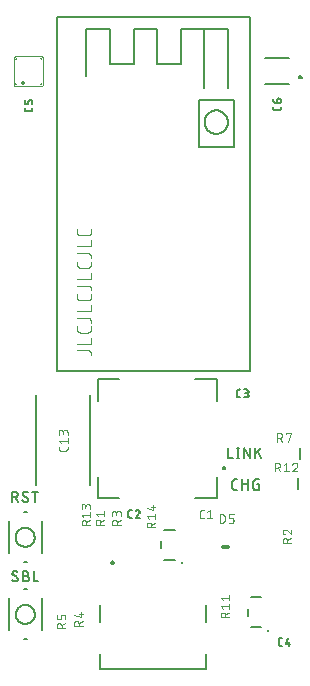
<source format=gbr>
G04 EAGLE Gerber RS-274X export*
G75*
%MOMM*%
%FSLAX34Y34*%
%LPD*%
%INSilkscreen Top*%
%IPPOS*%
%AMOC8*
5,1,8,0,0,1.08239X$1,22.5*%
G01*
%ADD10C,0.101600*%
%ADD11C,0.127000*%
%ADD12C,0.152400*%
%ADD13C,0.203200*%
%ADD14C,0.254000*%
%ADD15C,0.076200*%
%ADD16C,0.300000*%
%ADD17C,0.050800*%
%ADD18C,0.200000*%
%ADD19C,0.050000*%
%ADD20C,0.020000*%


D10*
X64188Y257633D02*
X73276Y257633D01*
X73276Y257632D02*
X73375Y257630D01*
X73475Y257624D01*
X73574Y257615D01*
X73672Y257602D01*
X73770Y257585D01*
X73868Y257564D01*
X73964Y257539D01*
X74059Y257511D01*
X74153Y257479D01*
X74246Y257444D01*
X74338Y257405D01*
X74428Y257362D01*
X74516Y257317D01*
X74603Y257267D01*
X74687Y257215D01*
X74770Y257159D01*
X74850Y257101D01*
X74928Y257039D01*
X75003Y256974D01*
X75076Y256906D01*
X75146Y256836D01*
X75214Y256763D01*
X75279Y256688D01*
X75341Y256610D01*
X75399Y256530D01*
X75455Y256447D01*
X75507Y256363D01*
X75557Y256276D01*
X75602Y256188D01*
X75645Y256098D01*
X75684Y256006D01*
X75719Y255913D01*
X75751Y255819D01*
X75779Y255724D01*
X75804Y255628D01*
X75825Y255530D01*
X75842Y255432D01*
X75855Y255334D01*
X75864Y255235D01*
X75870Y255135D01*
X75872Y255036D01*
X75872Y253738D01*
X75872Y263310D02*
X64188Y263310D01*
X75872Y263310D02*
X75872Y268503D01*
X75872Y275375D02*
X75872Y277972D01*
X75872Y275375D02*
X75870Y275276D01*
X75864Y275176D01*
X75855Y275077D01*
X75842Y274979D01*
X75825Y274881D01*
X75804Y274783D01*
X75779Y274687D01*
X75751Y274592D01*
X75719Y274498D01*
X75684Y274405D01*
X75645Y274313D01*
X75602Y274223D01*
X75557Y274135D01*
X75507Y274048D01*
X75455Y273964D01*
X75399Y273881D01*
X75341Y273801D01*
X75279Y273723D01*
X75214Y273648D01*
X75146Y273575D01*
X75076Y273505D01*
X75003Y273437D01*
X74928Y273372D01*
X74850Y273310D01*
X74770Y273252D01*
X74687Y273196D01*
X74603Y273144D01*
X74516Y273094D01*
X74428Y273049D01*
X74338Y273006D01*
X74246Y272967D01*
X74153Y272932D01*
X74059Y272900D01*
X73964Y272872D01*
X73868Y272847D01*
X73770Y272826D01*
X73672Y272809D01*
X73574Y272796D01*
X73475Y272787D01*
X73375Y272781D01*
X73276Y272779D01*
X66784Y272779D01*
X66784Y272778D02*
X66685Y272780D01*
X66585Y272786D01*
X66486Y272795D01*
X66388Y272808D01*
X66290Y272826D01*
X66192Y272846D01*
X66096Y272871D01*
X66000Y272899D01*
X65906Y272931D01*
X65813Y272966D01*
X65722Y273005D01*
X65632Y273048D01*
X65543Y273093D01*
X65457Y273143D01*
X65372Y273195D01*
X65290Y273251D01*
X65210Y273310D01*
X65132Y273371D01*
X65056Y273436D01*
X64983Y273504D01*
X64913Y273574D01*
X64845Y273647D01*
X64780Y273723D01*
X64719Y273801D01*
X64660Y273881D01*
X64604Y273963D01*
X64552Y274048D01*
X64503Y274134D01*
X64457Y274223D01*
X64414Y274313D01*
X64375Y274404D01*
X64340Y274497D01*
X64308Y274591D01*
X64280Y274687D01*
X64255Y274783D01*
X64235Y274881D01*
X64217Y274979D01*
X64204Y275077D01*
X64195Y275176D01*
X64189Y275275D01*
X64187Y275375D01*
X64188Y275375D02*
X64188Y277972D01*
X64188Y285065D02*
X73276Y285065D01*
X73276Y285064D02*
X73375Y285062D01*
X73475Y285056D01*
X73574Y285047D01*
X73672Y285034D01*
X73770Y285017D01*
X73868Y284996D01*
X73964Y284971D01*
X74059Y284943D01*
X74153Y284911D01*
X74246Y284876D01*
X74338Y284837D01*
X74428Y284794D01*
X74516Y284749D01*
X74603Y284699D01*
X74687Y284647D01*
X74770Y284591D01*
X74850Y284533D01*
X74928Y284471D01*
X75003Y284406D01*
X75076Y284338D01*
X75146Y284268D01*
X75214Y284195D01*
X75279Y284120D01*
X75341Y284042D01*
X75399Y283962D01*
X75455Y283879D01*
X75507Y283795D01*
X75557Y283708D01*
X75602Y283620D01*
X75645Y283530D01*
X75684Y283438D01*
X75719Y283345D01*
X75751Y283251D01*
X75779Y283156D01*
X75804Y283060D01*
X75825Y282962D01*
X75842Y282864D01*
X75855Y282766D01*
X75864Y282667D01*
X75870Y282567D01*
X75872Y282468D01*
X75872Y281170D01*
X75872Y290742D02*
X64188Y290742D01*
X75872Y290742D02*
X75872Y295935D01*
X75872Y302807D02*
X75872Y305404D01*
X75872Y302807D02*
X75870Y302708D01*
X75864Y302608D01*
X75855Y302509D01*
X75842Y302411D01*
X75825Y302313D01*
X75804Y302215D01*
X75779Y302119D01*
X75751Y302024D01*
X75719Y301930D01*
X75684Y301837D01*
X75645Y301745D01*
X75602Y301655D01*
X75557Y301567D01*
X75507Y301480D01*
X75455Y301396D01*
X75399Y301313D01*
X75341Y301233D01*
X75279Y301155D01*
X75214Y301080D01*
X75146Y301007D01*
X75076Y300937D01*
X75003Y300869D01*
X74928Y300804D01*
X74850Y300742D01*
X74770Y300684D01*
X74687Y300628D01*
X74603Y300576D01*
X74516Y300526D01*
X74428Y300481D01*
X74338Y300438D01*
X74246Y300399D01*
X74153Y300364D01*
X74059Y300332D01*
X73964Y300304D01*
X73868Y300279D01*
X73770Y300258D01*
X73672Y300241D01*
X73574Y300228D01*
X73475Y300219D01*
X73375Y300213D01*
X73276Y300211D01*
X66784Y300211D01*
X66784Y300210D02*
X66685Y300212D01*
X66585Y300218D01*
X66486Y300227D01*
X66388Y300240D01*
X66290Y300258D01*
X66192Y300278D01*
X66096Y300303D01*
X66000Y300331D01*
X65906Y300363D01*
X65813Y300398D01*
X65722Y300437D01*
X65632Y300480D01*
X65543Y300525D01*
X65457Y300575D01*
X65372Y300627D01*
X65290Y300683D01*
X65210Y300742D01*
X65132Y300803D01*
X65056Y300868D01*
X64983Y300936D01*
X64913Y301006D01*
X64845Y301079D01*
X64780Y301155D01*
X64719Y301233D01*
X64660Y301313D01*
X64604Y301395D01*
X64552Y301480D01*
X64503Y301566D01*
X64457Y301655D01*
X64414Y301745D01*
X64375Y301836D01*
X64340Y301929D01*
X64308Y302023D01*
X64280Y302119D01*
X64255Y302215D01*
X64235Y302313D01*
X64217Y302411D01*
X64204Y302509D01*
X64195Y302608D01*
X64189Y302707D01*
X64187Y302807D01*
X64188Y302807D02*
X64188Y305404D01*
X64188Y312497D02*
X73276Y312497D01*
X73276Y312496D02*
X73375Y312494D01*
X73475Y312488D01*
X73574Y312479D01*
X73672Y312466D01*
X73770Y312449D01*
X73868Y312428D01*
X73964Y312403D01*
X74059Y312375D01*
X74153Y312343D01*
X74246Y312308D01*
X74338Y312269D01*
X74428Y312226D01*
X74516Y312181D01*
X74603Y312131D01*
X74687Y312079D01*
X74770Y312023D01*
X74850Y311965D01*
X74928Y311903D01*
X75003Y311838D01*
X75076Y311770D01*
X75146Y311700D01*
X75214Y311627D01*
X75279Y311552D01*
X75341Y311474D01*
X75399Y311394D01*
X75455Y311311D01*
X75507Y311227D01*
X75557Y311140D01*
X75602Y311052D01*
X75645Y310962D01*
X75684Y310870D01*
X75719Y310777D01*
X75751Y310683D01*
X75779Y310588D01*
X75804Y310492D01*
X75825Y310394D01*
X75842Y310296D01*
X75855Y310198D01*
X75864Y310099D01*
X75870Y309999D01*
X75872Y309900D01*
X75872Y308602D01*
X75872Y318174D02*
X64188Y318174D01*
X75872Y318174D02*
X75872Y323367D01*
X75872Y330239D02*
X75872Y332836D01*
X75872Y330239D02*
X75870Y330140D01*
X75864Y330040D01*
X75855Y329941D01*
X75842Y329843D01*
X75825Y329745D01*
X75804Y329647D01*
X75779Y329551D01*
X75751Y329456D01*
X75719Y329362D01*
X75684Y329269D01*
X75645Y329177D01*
X75602Y329087D01*
X75557Y328999D01*
X75507Y328912D01*
X75455Y328828D01*
X75399Y328745D01*
X75341Y328665D01*
X75279Y328587D01*
X75214Y328512D01*
X75146Y328439D01*
X75076Y328369D01*
X75003Y328301D01*
X74928Y328236D01*
X74850Y328174D01*
X74770Y328116D01*
X74687Y328060D01*
X74603Y328008D01*
X74516Y327958D01*
X74428Y327913D01*
X74338Y327870D01*
X74246Y327831D01*
X74153Y327796D01*
X74059Y327764D01*
X73964Y327736D01*
X73868Y327711D01*
X73770Y327690D01*
X73672Y327673D01*
X73574Y327660D01*
X73475Y327651D01*
X73375Y327645D01*
X73276Y327643D01*
X66784Y327643D01*
X66784Y327642D02*
X66685Y327644D01*
X66585Y327650D01*
X66486Y327659D01*
X66388Y327672D01*
X66290Y327690D01*
X66192Y327710D01*
X66096Y327735D01*
X66000Y327763D01*
X65906Y327795D01*
X65813Y327830D01*
X65722Y327869D01*
X65632Y327912D01*
X65543Y327957D01*
X65457Y328007D01*
X65372Y328059D01*
X65290Y328115D01*
X65210Y328174D01*
X65132Y328235D01*
X65056Y328300D01*
X64983Y328368D01*
X64913Y328438D01*
X64845Y328511D01*
X64780Y328587D01*
X64719Y328665D01*
X64660Y328745D01*
X64604Y328827D01*
X64552Y328912D01*
X64503Y328998D01*
X64457Y329087D01*
X64414Y329177D01*
X64375Y329268D01*
X64340Y329361D01*
X64308Y329455D01*
X64280Y329551D01*
X64255Y329647D01*
X64235Y329745D01*
X64217Y329843D01*
X64204Y329941D01*
X64195Y330040D01*
X64189Y330139D01*
X64187Y330239D01*
X64188Y330239D02*
X64188Y332836D01*
X64188Y339929D02*
X73276Y339929D01*
X73276Y339928D02*
X73375Y339926D01*
X73475Y339920D01*
X73574Y339911D01*
X73672Y339898D01*
X73770Y339881D01*
X73868Y339860D01*
X73964Y339835D01*
X74059Y339807D01*
X74153Y339775D01*
X74246Y339740D01*
X74338Y339701D01*
X74428Y339658D01*
X74516Y339613D01*
X74603Y339563D01*
X74687Y339511D01*
X74770Y339455D01*
X74850Y339397D01*
X74928Y339335D01*
X75003Y339270D01*
X75076Y339202D01*
X75146Y339132D01*
X75214Y339059D01*
X75279Y338984D01*
X75341Y338906D01*
X75399Y338826D01*
X75455Y338743D01*
X75507Y338659D01*
X75557Y338572D01*
X75602Y338484D01*
X75645Y338394D01*
X75684Y338302D01*
X75719Y338209D01*
X75751Y338115D01*
X75779Y338020D01*
X75804Y337924D01*
X75825Y337826D01*
X75842Y337728D01*
X75855Y337630D01*
X75864Y337531D01*
X75870Y337431D01*
X75872Y337332D01*
X75872Y336034D01*
X75872Y345606D02*
X64188Y345606D01*
X75872Y345606D02*
X75872Y350799D01*
X75872Y357671D02*
X75872Y360268D01*
X75872Y357671D02*
X75870Y357572D01*
X75864Y357472D01*
X75855Y357373D01*
X75842Y357275D01*
X75825Y357177D01*
X75804Y357079D01*
X75779Y356983D01*
X75751Y356888D01*
X75719Y356794D01*
X75684Y356701D01*
X75645Y356609D01*
X75602Y356519D01*
X75557Y356431D01*
X75507Y356344D01*
X75455Y356260D01*
X75399Y356177D01*
X75341Y356097D01*
X75279Y356019D01*
X75214Y355944D01*
X75146Y355871D01*
X75076Y355801D01*
X75003Y355733D01*
X74928Y355668D01*
X74850Y355606D01*
X74770Y355548D01*
X74687Y355492D01*
X74603Y355440D01*
X74516Y355390D01*
X74428Y355345D01*
X74338Y355302D01*
X74246Y355263D01*
X74153Y355228D01*
X74059Y355196D01*
X73964Y355168D01*
X73868Y355143D01*
X73770Y355122D01*
X73672Y355105D01*
X73574Y355092D01*
X73475Y355083D01*
X73375Y355077D01*
X73276Y355075D01*
X66784Y355075D01*
X66784Y355074D02*
X66685Y355076D01*
X66585Y355082D01*
X66486Y355091D01*
X66388Y355104D01*
X66290Y355122D01*
X66192Y355142D01*
X66096Y355167D01*
X66000Y355195D01*
X65906Y355227D01*
X65813Y355262D01*
X65722Y355301D01*
X65632Y355344D01*
X65543Y355389D01*
X65457Y355439D01*
X65372Y355491D01*
X65290Y355547D01*
X65210Y355606D01*
X65132Y355667D01*
X65056Y355732D01*
X64983Y355800D01*
X64913Y355870D01*
X64845Y355943D01*
X64780Y356019D01*
X64719Y356097D01*
X64660Y356177D01*
X64604Y356259D01*
X64552Y356344D01*
X64503Y356430D01*
X64457Y356519D01*
X64414Y356609D01*
X64375Y356700D01*
X64340Y356793D01*
X64308Y356887D01*
X64280Y356983D01*
X64255Y357079D01*
X64235Y357177D01*
X64217Y357275D01*
X64204Y357373D01*
X64195Y357472D01*
X64189Y357571D01*
X64187Y357671D01*
X64188Y357671D02*
X64188Y360268D01*
D11*
X197681Y139525D02*
X199656Y139525D01*
X197681Y139525D02*
X197595Y139527D01*
X197509Y139533D01*
X197423Y139542D01*
X197338Y139555D01*
X197253Y139572D01*
X197170Y139592D01*
X197087Y139616D01*
X197005Y139644D01*
X196925Y139675D01*
X196846Y139710D01*
X196769Y139748D01*
X196693Y139790D01*
X196619Y139834D01*
X196548Y139882D01*
X196478Y139933D01*
X196411Y139987D01*
X196346Y140044D01*
X196284Y140104D01*
X196224Y140166D01*
X196167Y140231D01*
X196113Y140298D01*
X196062Y140368D01*
X196014Y140439D01*
X195970Y140513D01*
X195928Y140589D01*
X195890Y140666D01*
X195855Y140745D01*
X195824Y140825D01*
X195796Y140907D01*
X195772Y140990D01*
X195752Y141073D01*
X195735Y141158D01*
X195722Y141243D01*
X195713Y141329D01*
X195707Y141415D01*
X195705Y141501D01*
X195705Y146439D01*
X195707Y146528D01*
X195713Y146616D01*
X195723Y146704D01*
X195737Y146792D01*
X195755Y146879D01*
X195776Y146965D01*
X195802Y147050D01*
X195831Y147133D01*
X195864Y147216D01*
X195901Y147296D01*
X195941Y147375D01*
X195985Y147452D01*
X196032Y147528D01*
X196082Y147600D01*
X196136Y147671D01*
X196193Y147739D01*
X196253Y147805D01*
X196315Y147867D01*
X196381Y147927D01*
X196449Y147984D01*
X196520Y148038D01*
X196592Y148088D01*
X196667Y148135D01*
X196745Y148179D01*
X196824Y148219D01*
X196904Y148256D01*
X196987Y148289D01*
X197070Y148318D01*
X197155Y148344D01*
X197241Y148365D01*
X197328Y148383D01*
X197416Y148397D01*
X197504Y148407D01*
X197592Y148413D01*
X197681Y148415D01*
X199656Y148415D01*
X203664Y148415D02*
X203664Y139525D01*
X203664Y144464D02*
X208603Y144464D01*
X208603Y148415D02*
X208603Y139525D01*
X216875Y144464D02*
X218356Y144464D01*
X218356Y139525D01*
X215393Y139525D01*
X215307Y139527D01*
X215221Y139533D01*
X215135Y139542D01*
X215050Y139555D01*
X214965Y139572D01*
X214882Y139592D01*
X214799Y139616D01*
X214717Y139644D01*
X214637Y139675D01*
X214558Y139710D01*
X214481Y139748D01*
X214405Y139790D01*
X214331Y139834D01*
X214260Y139882D01*
X214190Y139933D01*
X214123Y139987D01*
X214058Y140044D01*
X213996Y140104D01*
X213936Y140166D01*
X213879Y140231D01*
X213825Y140298D01*
X213774Y140368D01*
X213726Y140439D01*
X213682Y140513D01*
X213640Y140589D01*
X213602Y140666D01*
X213567Y140745D01*
X213536Y140825D01*
X213508Y140907D01*
X213484Y140990D01*
X213464Y141073D01*
X213447Y141158D01*
X213434Y141243D01*
X213425Y141329D01*
X213419Y141415D01*
X213417Y141501D01*
X213417Y146439D01*
X213419Y146528D01*
X213425Y146616D01*
X213435Y146704D01*
X213449Y146792D01*
X213467Y146879D01*
X213488Y146965D01*
X213514Y147050D01*
X213543Y147133D01*
X213576Y147216D01*
X213613Y147296D01*
X213653Y147375D01*
X213697Y147452D01*
X213744Y147528D01*
X213794Y147600D01*
X213848Y147671D01*
X213905Y147739D01*
X213965Y147805D01*
X214027Y147867D01*
X214093Y147927D01*
X214161Y147984D01*
X214232Y148038D01*
X214304Y148088D01*
X214379Y148135D01*
X214457Y148179D01*
X214536Y148219D01*
X214616Y148256D01*
X214699Y148289D01*
X214782Y148318D01*
X214867Y148344D01*
X214953Y148365D01*
X215040Y148383D01*
X215128Y148397D01*
X215216Y148407D01*
X215304Y148413D01*
X215393Y148415D01*
X218356Y148415D01*
D12*
X9142Y138128D02*
X9142Y129492D01*
X9142Y138128D02*
X11541Y138128D01*
X11638Y138126D01*
X11734Y138120D01*
X11830Y138111D01*
X11926Y138097D01*
X12021Y138080D01*
X12115Y138058D01*
X12208Y138033D01*
X12301Y138005D01*
X12392Y137972D01*
X12481Y137936D01*
X12569Y137896D01*
X12656Y137853D01*
X12741Y137807D01*
X12823Y137757D01*
X12904Y137703D01*
X12982Y137647D01*
X13058Y137587D01*
X13132Y137525D01*
X13203Y137459D01*
X13271Y137391D01*
X13337Y137320D01*
X13399Y137246D01*
X13459Y137170D01*
X13515Y137092D01*
X13569Y137011D01*
X13619Y136928D01*
X13665Y136844D01*
X13708Y136757D01*
X13748Y136669D01*
X13784Y136580D01*
X13817Y136489D01*
X13845Y136396D01*
X13870Y136303D01*
X13892Y136209D01*
X13909Y136114D01*
X13923Y136018D01*
X13932Y135922D01*
X13938Y135826D01*
X13940Y135729D01*
X13938Y135632D01*
X13932Y135536D01*
X13923Y135440D01*
X13909Y135344D01*
X13892Y135249D01*
X13870Y135155D01*
X13845Y135062D01*
X13817Y134969D01*
X13784Y134878D01*
X13748Y134789D01*
X13708Y134701D01*
X13665Y134614D01*
X13619Y134530D01*
X13569Y134447D01*
X13515Y134366D01*
X13459Y134288D01*
X13399Y134212D01*
X13337Y134138D01*
X13271Y134067D01*
X13203Y133999D01*
X13132Y133933D01*
X13058Y133871D01*
X12982Y133811D01*
X12904Y133755D01*
X12823Y133701D01*
X12740Y133651D01*
X12656Y133605D01*
X12569Y133562D01*
X12481Y133522D01*
X12392Y133486D01*
X12301Y133453D01*
X12208Y133425D01*
X12115Y133400D01*
X12021Y133378D01*
X11926Y133361D01*
X11830Y133347D01*
X11734Y133338D01*
X11638Y133332D01*
X11541Y133330D01*
X9142Y133330D01*
X12021Y133330D02*
X13940Y129492D01*
X20775Y129492D02*
X20861Y129494D01*
X20947Y129500D01*
X21033Y129509D01*
X21118Y129523D01*
X21202Y129540D01*
X21286Y129561D01*
X21368Y129586D01*
X21449Y129614D01*
X21529Y129646D01*
X21608Y129682D01*
X21684Y129721D01*
X21759Y129764D01*
X21832Y129809D01*
X21903Y129859D01*
X21971Y129911D01*
X22038Y129966D01*
X22101Y130024D01*
X22162Y130085D01*
X22220Y130148D01*
X22275Y130215D01*
X22328Y130283D01*
X22377Y130354D01*
X22422Y130427D01*
X22465Y130502D01*
X22504Y130578D01*
X22540Y130657D01*
X22572Y130737D01*
X22600Y130818D01*
X22625Y130900D01*
X22646Y130984D01*
X22663Y131068D01*
X22677Y131153D01*
X22686Y131239D01*
X22692Y131325D01*
X22694Y131411D01*
X20775Y129492D02*
X20652Y129494D01*
X20529Y129499D01*
X20406Y129509D01*
X20284Y129522D01*
X20162Y129539D01*
X20040Y129559D01*
X19920Y129583D01*
X19800Y129611D01*
X19681Y129642D01*
X19563Y129677D01*
X19446Y129716D01*
X19330Y129758D01*
X19216Y129804D01*
X19103Y129853D01*
X18992Y129905D01*
X18882Y129961D01*
X18774Y130020D01*
X18668Y130083D01*
X18563Y130148D01*
X18461Y130217D01*
X18361Y130289D01*
X18264Y130364D01*
X18168Y130441D01*
X18075Y130522D01*
X17984Y130605D01*
X17896Y130691D01*
X18137Y136209D02*
X18139Y136295D01*
X18145Y136381D01*
X18154Y136467D01*
X18168Y136552D01*
X18185Y136636D01*
X18206Y136720D01*
X18231Y136802D01*
X18259Y136883D01*
X18291Y136963D01*
X18327Y137042D01*
X18366Y137118D01*
X18409Y137193D01*
X18454Y137266D01*
X18503Y137337D01*
X18556Y137405D01*
X18611Y137472D01*
X18669Y137535D01*
X18730Y137596D01*
X18793Y137654D01*
X18860Y137709D01*
X18928Y137762D01*
X18999Y137811D01*
X19072Y137856D01*
X19147Y137899D01*
X19223Y137938D01*
X19302Y137974D01*
X19382Y138006D01*
X19463Y138034D01*
X19545Y138059D01*
X19629Y138080D01*
X19713Y138097D01*
X19798Y138111D01*
X19884Y138120D01*
X19970Y138126D01*
X20056Y138128D01*
X20172Y138126D01*
X20287Y138121D01*
X20403Y138111D01*
X20518Y138098D01*
X20632Y138082D01*
X20746Y138061D01*
X20860Y138037D01*
X20972Y138009D01*
X21083Y137978D01*
X21194Y137943D01*
X21303Y137905D01*
X21411Y137863D01*
X21517Y137818D01*
X21623Y137769D01*
X21726Y137717D01*
X21828Y137662D01*
X21927Y137603D01*
X22025Y137541D01*
X22121Y137476D01*
X22215Y137408D01*
X19096Y134530D02*
X19022Y134576D01*
X18949Y134626D01*
X18879Y134679D01*
X18811Y134735D01*
X18746Y134794D01*
X18683Y134856D01*
X18624Y134921D01*
X18567Y134988D01*
X18513Y135058D01*
X18463Y135130D01*
X18416Y135204D01*
X18372Y135280D01*
X18332Y135359D01*
X18296Y135439D01*
X18263Y135520D01*
X18234Y135603D01*
X18208Y135688D01*
X18186Y135773D01*
X18169Y135859D01*
X18155Y135946D01*
X18145Y136033D01*
X18139Y136121D01*
X18137Y136209D01*
X21735Y133090D02*
X21809Y133044D01*
X21882Y132994D01*
X21952Y132941D01*
X22020Y132885D01*
X22085Y132826D01*
X22148Y132764D01*
X22207Y132699D01*
X22264Y132632D01*
X22318Y132562D01*
X22368Y132490D01*
X22415Y132416D01*
X22459Y132340D01*
X22499Y132261D01*
X22535Y132181D01*
X22568Y132100D01*
X22597Y132017D01*
X22623Y131932D01*
X22645Y131847D01*
X22662Y131761D01*
X22676Y131674D01*
X22686Y131587D01*
X22692Y131499D01*
X22694Y131411D01*
X21735Y133090D02*
X19096Y134530D01*
X28525Y138128D02*
X28525Y129492D01*
X26126Y138128D02*
X30924Y138128D01*
X13940Y64101D02*
X13938Y64015D01*
X13932Y63929D01*
X13923Y63843D01*
X13909Y63758D01*
X13892Y63674D01*
X13871Y63590D01*
X13846Y63508D01*
X13818Y63427D01*
X13786Y63347D01*
X13750Y63268D01*
X13711Y63192D01*
X13668Y63117D01*
X13623Y63044D01*
X13574Y62973D01*
X13521Y62905D01*
X13466Y62838D01*
X13408Y62775D01*
X13347Y62714D01*
X13284Y62656D01*
X13217Y62601D01*
X13149Y62549D01*
X13078Y62499D01*
X13005Y62454D01*
X12930Y62411D01*
X12854Y62372D01*
X12775Y62336D01*
X12695Y62304D01*
X12614Y62276D01*
X12532Y62251D01*
X12448Y62230D01*
X12364Y62213D01*
X12279Y62199D01*
X12193Y62190D01*
X12107Y62184D01*
X12021Y62182D01*
X11898Y62184D01*
X11775Y62189D01*
X11652Y62199D01*
X11530Y62212D01*
X11408Y62229D01*
X11286Y62249D01*
X11166Y62273D01*
X11046Y62301D01*
X10927Y62332D01*
X10809Y62367D01*
X10692Y62406D01*
X10576Y62448D01*
X10462Y62494D01*
X10349Y62543D01*
X10238Y62595D01*
X10128Y62651D01*
X10020Y62710D01*
X9914Y62773D01*
X9809Y62838D01*
X9707Y62907D01*
X9607Y62979D01*
X9510Y63054D01*
X9414Y63131D01*
X9321Y63212D01*
X9230Y63295D01*
X9142Y63381D01*
X9382Y68899D02*
X9384Y68985D01*
X9390Y69071D01*
X9399Y69157D01*
X9413Y69242D01*
X9430Y69326D01*
X9451Y69410D01*
X9476Y69492D01*
X9504Y69573D01*
X9536Y69653D01*
X9572Y69732D01*
X9611Y69808D01*
X9654Y69883D01*
X9699Y69956D01*
X9748Y70027D01*
X9801Y70095D01*
X9856Y70162D01*
X9914Y70225D01*
X9975Y70286D01*
X10038Y70344D01*
X10105Y70399D01*
X10173Y70452D01*
X10244Y70501D01*
X10317Y70546D01*
X10392Y70589D01*
X10468Y70628D01*
X10547Y70664D01*
X10627Y70696D01*
X10708Y70724D01*
X10790Y70749D01*
X10874Y70770D01*
X10958Y70787D01*
X11043Y70801D01*
X11129Y70810D01*
X11215Y70816D01*
X11301Y70818D01*
X11417Y70816D01*
X11532Y70811D01*
X11648Y70801D01*
X11763Y70788D01*
X11877Y70772D01*
X11991Y70751D01*
X12105Y70727D01*
X12217Y70699D01*
X12328Y70668D01*
X12439Y70633D01*
X12548Y70595D01*
X12656Y70553D01*
X12762Y70508D01*
X12868Y70459D01*
X12971Y70407D01*
X13073Y70352D01*
X13172Y70293D01*
X13270Y70231D01*
X13366Y70166D01*
X13460Y70098D01*
X10341Y67220D02*
X10267Y67266D01*
X10194Y67316D01*
X10124Y67369D01*
X10056Y67425D01*
X9991Y67484D01*
X9928Y67546D01*
X9869Y67611D01*
X9812Y67678D01*
X9758Y67748D01*
X9708Y67820D01*
X9661Y67894D01*
X9617Y67970D01*
X9577Y68049D01*
X9541Y68129D01*
X9508Y68210D01*
X9479Y68293D01*
X9453Y68378D01*
X9431Y68463D01*
X9414Y68549D01*
X9400Y68636D01*
X9390Y68723D01*
X9384Y68811D01*
X9382Y68899D01*
X12981Y65780D02*
X13055Y65734D01*
X13128Y65684D01*
X13198Y65631D01*
X13266Y65575D01*
X13331Y65516D01*
X13394Y65454D01*
X13453Y65389D01*
X13510Y65322D01*
X13564Y65252D01*
X13614Y65180D01*
X13661Y65106D01*
X13705Y65030D01*
X13745Y64951D01*
X13781Y64871D01*
X13814Y64790D01*
X13843Y64707D01*
X13869Y64622D01*
X13891Y64537D01*
X13908Y64451D01*
X13922Y64364D01*
X13932Y64277D01*
X13938Y64189D01*
X13940Y64101D01*
X12980Y65780D02*
X10341Y67220D01*
X18481Y66980D02*
X20880Y66980D01*
X20977Y66978D01*
X21073Y66972D01*
X21169Y66963D01*
X21265Y66949D01*
X21360Y66932D01*
X21454Y66910D01*
X21547Y66885D01*
X21640Y66857D01*
X21731Y66824D01*
X21820Y66788D01*
X21908Y66748D01*
X21995Y66705D01*
X22080Y66659D01*
X22162Y66609D01*
X22243Y66555D01*
X22321Y66499D01*
X22397Y66439D01*
X22471Y66377D01*
X22542Y66311D01*
X22610Y66243D01*
X22676Y66172D01*
X22738Y66098D01*
X22798Y66022D01*
X22854Y65944D01*
X22908Y65863D01*
X22958Y65780D01*
X23004Y65696D01*
X23047Y65609D01*
X23087Y65521D01*
X23123Y65432D01*
X23156Y65341D01*
X23184Y65248D01*
X23209Y65155D01*
X23231Y65061D01*
X23248Y64966D01*
X23262Y64870D01*
X23271Y64774D01*
X23277Y64678D01*
X23279Y64581D01*
X23277Y64484D01*
X23271Y64388D01*
X23262Y64292D01*
X23248Y64196D01*
X23231Y64101D01*
X23209Y64007D01*
X23184Y63914D01*
X23156Y63821D01*
X23123Y63730D01*
X23087Y63641D01*
X23047Y63553D01*
X23004Y63466D01*
X22958Y63381D01*
X22908Y63299D01*
X22854Y63218D01*
X22798Y63140D01*
X22738Y63064D01*
X22676Y62990D01*
X22610Y62919D01*
X22542Y62851D01*
X22471Y62785D01*
X22397Y62723D01*
X22321Y62663D01*
X22243Y62607D01*
X22162Y62553D01*
X22079Y62503D01*
X21995Y62457D01*
X21908Y62414D01*
X21820Y62374D01*
X21731Y62338D01*
X21640Y62305D01*
X21547Y62277D01*
X21454Y62252D01*
X21360Y62230D01*
X21265Y62213D01*
X21169Y62199D01*
X21073Y62190D01*
X20977Y62184D01*
X20880Y62182D01*
X18481Y62182D01*
X18481Y70818D01*
X20880Y70818D01*
X20966Y70816D01*
X21052Y70810D01*
X21138Y70801D01*
X21223Y70787D01*
X21307Y70770D01*
X21391Y70749D01*
X21473Y70724D01*
X21554Y70696D01*
X21634Y70664D01*
X21713Y70628D01*
X21789Y70589D01*
X21864Y70546D01*
X21937Y70501D01*
X22008Y70452D01*
X22076Y70399D01*
X22143Y70344D01*
X22206Y70286D01*
X22267Y70225D01*
X22325Y70162D01*
X22380Y70095D01*
X22433Y70027D01*
X22482Y69956D01*
X22527Y69883D01*
X22570Y69808D01*
X22609Y69732D01*
X22645Y69653D01*
X22677Y69573D01*
X22705Y69492D01*
X22730Y69410D01*
X22751Y69326D01*
X22768Y69242D01*
X22782Y69157D01*
X22791Y69071D01*
X22797Y68985D01*
X22799Y68899D01*
X22797Y68813D01*
X22791Y68727D01*
X22782Y68641D01*
X22768Y68556D01*
X22751Y68472D01*
X22730Y68388D01*
X22705Y68306D01*
X22677Y68225D01*
X22645Y68145D01*
X22609Y68066D01*
X22570Y67990D01*
X22527Y67915D01*
X22482Y67842D01*
X22433Y67771D01*
X22380Y67703D01*
X22325Y67636D01*
X22267Y67573D01*
X22206Y67512D01*
X22143Y67454D01*
X22076Y67399D01*
X22008Y67346D01*
X21937Y67297D01*
X21864Y67252D01*
X21789Y67209D01*
X21713Y67170D01*
X21634Y67134D01*
X21554Y67102D01*
X21473Y67074D01*
X21391Y67049D01*
X21307Y67028D01*
X21223Y67011D01*
X21138Y66997D01*
X21052Y66988D01*
X20966Y66982D01*
X20880Y66980D01*
X27456Y70818D02*
X27456Y62182D01*
X31294Y62182D01*
D11*
X191895Y166195D02*
X191895Y175085D01*
X191895Y166195D02*
X195846Y166195D01*
X200132Y166195D02*
X200132Y175085D01*
X199145Y166195D02*
X201120Y166195D01*
X201120Y175085D02*
X199145Y175085D01*
X205283Y175085D02*
X205283Y166195D01*
X210222Y166195D02*
X205283Y175085D01*
X210222Y175085D02*
X210222Y166195D01*
X215210Y166195D02*
X215210Y175085D01*
X220149Y175085D02*
X215210Y169652D01*
X217186Y171628D02*
X220149Y166195D01*
D13*
X146764Y105960D02*
X138176Y105960D01*
X138176Y80560D02*
X146764Y80560D01*
X135382Y90576D02*
X135382Y95944D01*
D14*
X152630Y77258D03*
D10*
X169983Y115378D02*
X171564Y115378D01*
X169983Y115378D02*
X169905Y115380D01*
X169828Y115386D01*
X169751Y115395D01*
X169675Y115408D01*
X169599Y115425D01*
X169524Y115446D01*
X169451Y115470D01*
X169378Y115498D01*
X169307Y115530D01*
X169238Y115565D01*
X169171Y115603D01*
X169105Y115644D01*
X169042Y115689D01*
X168981Y115737D01*
X168922Y115787D01*
X168866Y115841D01*
X168812Y115897D01*
X168762Y115956D01*
X168714Y116017D01*
X168669Y116080D01*
X168628Y116146D01*
X168590Y116213D01*
X168555Y116282D01*
X168523Y116353D01*
X168495Y116426D01*
X168471Y116499D01*
X168450Y116574D01*
X168433Y116650D01*
X168420Y116726D01*
X168411Y116803D01*
X168405Y116880D01*
X168403Y116958D01*
X168403Y120910D01*
X168405Y120988D01*
X168411Y121065D01*
X168420Y121142D01*
X168433Y121218D01*
X168450Y121294D01*
X168471Y121369D01*
X168495Y121442D01*
X168523Y121515D01*
X168555Y121586D01*
X168590Y121655D01*
X168628Y121722D01*
X168669Y121788D01*
X168714Y121851D01*
X168762Y121912D01*
X168812Y121971D01*
X168866Y122027D01*
X168922Y122081D01*
X168981Y122131D01*
X169042Y122179D01*
X169105Y122224D01*
X169171Y122265D01*
X169238Y122303D01*
X169307Y122338D01*
X169378Y122370D01*
X169451Y122398D01*
X169524Y122422D01*
X169599Y122443D01*
X169675Y122460D01*
X169751Y122473D01*
X169828Y122482D01*
X169905Y122488D01*
X169983Y122490D01*
X171564Y122490D01*
X174526Y120910D02*
X176502Y122490D01*
X176502Y115378D01*
X178477Y115378D02*
X174526Y115378D01*
D13*
X6182Y112896D02*
X6182Y86136D01*
X34182Y86136D02*
X34182Y112896D01*
X21482Y120516D02*
X18882Y120516D01*
X18882Y78516D02*
X21482Y78516D01*
D11*
X12132Y99516D02*
X12134Y99714D01*
X12142Y99911D01*
X12154Y100108D01*
X12171Y100305D01*
X12193Y100501D01*
X12219Y100697D01*
X12251Y100892D01*
X12287Y101086D01*
X12328Y101280D01*
X12373Y101472D01*
X12424Y101663D01*
X12479Y101853D01*
X12538Y102041D01*
X12603Y102228D01*
X12671Y102413D01*
X12745Y102597D01*
X12823Y102778D01*
X12905Y102958D01*
X12992Y103135D01*
X13083Y103311D01*
X13178Y103484D01*
X13277Y103655D01*
X13381Y103823D01*
X13489Y103988D01*
X13600Y104151D01*
X13716Y104311D01*
X13836Y104469D01*
X13959Y104623D01*
X14086Y104774D01*
X14217Y104922D01*
X14352Y105067D01*
X14490Y105208D01*
X14631Y105346D01*
X14776Y105481D01*
X14924Y105612D01*
X15075Y105739D01*
X15229Y105862D01*
X15387Y105982D01*
X15547Y106098D01*
X15710Y106209D01*
X15875Y106317D01*
X16043Y106421D01*
X16214Y106520D01*
X16387Y106615D01*
X16563Y106706D01*
X16740Y106793D01*
X16920Y106875D01*
X17101Y106953D01*
X17285Y107027D01*
X17470Y107095D01*
X17657Y107160D01*
X17845Y107219D01*
X18035Y107274D01*
X18226Y107325D01*
X18418Y107370D01*
X18612Y107411D01*
X18806Y107447D01*
X19001Y107479D01*
X19197Y107505D01*
X19393Y107527D01*
X19590Y107544D01*
X19787Y107556D01*
X19984Y107564D01*
X20182Y107566D01*
X20380Y107564D01*
X20577Y107556D01*
X20774Y107544D01*
X20971Y107527D01*
X21167Y107505D01*
X21363Y107479D01*
X21558Y107447D01*
X21752Y107411D01*
X21946Y107370D01*
X22138Y107325D01*
X22329Y107274D01*
X22519Y107219D01*
X22707Y107160D01*
X22894Y107095D01*
X23079Y107027D01*
X23263Y106953D01*
X23444Y106875D01*
X23624Y106793D01*
X23801Y106706D01*
X23977Y106615D01*
X24150Y106520D01*
X24321Y106421D01*
X24489Y106317D01*
X24654Y106209D01*
X24817Y106098D01*
X24977Y105982D01*
X25135Y105862D01*
X25289Y105739D01*
X25440Y105612D01*
X25588Y105481D01*
X25733Y105346D01*
X25874Y105208D01*
X26012Y105067D01*
X26147Y104922D01*
X26278Y104774D01*
X26405Y104623D01*
X26528Y104469D01*
X26648Y104311D01*
X26764Y104151D01*
X26875Y103988D01*
X26983Y103823D01*
X27087Y103655D01*
X27186Y103484D01*
X27281Y103311D01*
X27372Y103135D01*
X27459Y102958D01*
X27541Y102778D01*
X27619Y102597D01*
X27693Y102413D01*
X27761Y102228D01*
X27826Y102041D01*
X27885Y101853D01*
X27940Y101663D01*
X27991Y101472D01*
X28036Y101280D01*
X28077Y101086D01*
X28113Y100892D01*
X28145Y100697D01*
X28171Y100501D01*
X28193Y100305D01*
X28210Y100108D01*
X28222Y99911D01*
X28230Y99714D01*
X28232Y99516D01*
X28230Y99318D01*
X28222Y99121D01*
X28210Y98924D01*
X28193Y98727D01*
X28171Y98531D01*
X28145Y98335D01*
X28113Y98140D01*
X28077Y97946D01*
X28036Y97752D01*
X27991Y97560D01*
X27940Y97369D01*
X27885Y97179D01*
X27826Y96991D01*
X27761Y96804D01*
X27693Y96619D01*
X27619Y96435D01*
X27541Y96254D01*
X27459Y96074D01*
X27372Y95897D01*
X27281Y95721D01*
X27186Y95548D01*
X27087Y95377D01*
X26983Y95209D01*
X26875Y95044D01*
X26764Y94881D01*
X26648Y94721D01*
X26528Y94563D01*
X26405Y94409D01*
X26278Y94258D01*
X26147Y94110D01*
X26012Y93965D01*
X25874Y93824D01*
X25733Y93686D01*
X25588Y93551D01*
X25440Y93420D01*
X25289Y93293D01*
X25135Y93170D01*
X24977Y93050D01*
X24817Y92934D01*
X24654Y92823D01*
X24489Y92715D01*
X24321Y92611D01*
X24150Y92512D01*
X23977Y92417D01*
X23801Y92326D01*
X23624Y92239D01*
X23444Y92157D01*
X23263Y92079D01*
X23079Y92005D01*
X22894Y91937D01*
X22707Y91872D01*
X22519Y91813D01*
X22329Y91758D01*
X22138Y91707D01*
X21946Y91662D01*
X21752Y91621D01*
X21558Y91585D01*
X21363Y91553D01*
X21167Y91527D01*
X20971Y91505D01*
X20774Y91488D01*
X20577Y91476D01*
X20380Y91468D01*
X20182Y91466D01*
X19984Y91468D01*
X19787Y91476D01*
X19590Y91488D01*
X19393Y91505D01*
X19197Y91527D01*
X19001Y91553D01*
X18806Y91585D01*
X18612Y91621D01*
X18418Y91662D01*
X18226Y91707D01*
X18035Y91758D01*
X17845Y91813D01*
X17657Y91872D01*
X17470Y91937D01*
X17285Y92005D01*
X17101Y92079D01*
X16920Y92157D01*
X16740Y92239D01*
X16563Y92326D01*
X16387Y92417D01*
X16214Y92512D01*
X16043Y92611D01*
X15875Y92715D01*
X15710Y92823D01*
X15547Y92934D01*
X15387Y93050D01*
X15229Y93170D01*
X15075Y93293D01*
X14924Y93420D01*
X14776Y93551D01*
X14631Y93686D01*
X14490Y93824D01*
X14352Y93965D01*
X14217Y94110D01*
X14086Y94258D01*
X13959Y94409D01*
X13836Y94563D01*
X13716Y94721D01*
X13600Y94881D01*
X13489Y95044D01*
X13381Y95209D01*
X13277Y95377D01*
X13178Y95548D01*
X13083Y95721D01*
X12992Y95897D01*
X12905Y96074D01*
X12823Y96254D01*
X12745Y96435D01*
X12671Y96619D01*
X12603Y96804D01*
X12538Y96991D01*
X12479Y97179D01*
X12424Y97369D01*
X12373Y97560D01*
X12328Y97752D01*
X12287Y97946D01*
X12251Y98140D01*
X12219Y98335D01*
X12193Y98531D01*
X12171Y98727D01*
X12154Y98924D01*
X12142Y99121D01*
X12134Y99318D01*
X12132Y99516D01*
D15*
X238222Y94575D02*
X245588Y94575D01*
X238222Y94575D02*
X238222Y96621D01*
X238224Y96710D01*
X238230Y96799D01*
X238240Y96888D01*
X238253Y96976D01*
X238270Y97064D01*
X238292Y97151D01*
X238317Y97236D01*
X238345Y97321D01*
X238378Y97404D01*
X238414Y97486D01*
X238453Y97566D01*
X238496Y97644D01*
X238542Y97720D01*
X238592Y97795D01*
X238645Y97867D01*
X238701Y97936D01*
X238760Y98003D01*
X238821Y98068D01*
X238886Y98129D01*
X238953Y98188D01*
X239022Y98244D01*
X239094Y98297D01*
X239169Y98347D01*
X239245Y98393D01*
X239323Y98436D01*
X239403Y98475D01*
X239485Y98511D01*
X239568Y98544D01*
X239653Y98572D01*
X239738Y98597D01*
X239825Y98619D01*
X239913Y98636D01*
X240001Y98649D01*
X240090Y98659D01*
X240179Y98665D01*
X240268Y98667D01*
X240357Y98665D01*
X240446Y98659D01*
X240535Y98649D01*
X240623Y98636D01*
X240711Y98619D01*
X240798Y98597D01*
X240883Y98572D01*
X240968Y98544D01*
X241051Y98511D01*
X241133Y98475D01*
X241213Y98436D01*
X241291Y98393D01*
X241367Y98347D01*
X241442Y98297D01*
X241514Y98244D01*
X241583Y98188D01*
X241650Y98129D01*
X241715Y98068D01*
X241776Y98003D01*
X241835Y97936D01*
X241891Y97867D01*
X241944Y97795D01*
X241994Y97720D01*
X242040Y97644D01*
X242083Y97566D01*
X242122Y97486D01*
X242158Y97404D01*
X242191Y97321D01*
X242219Y97236D01*
X242244Y97151D01*
X242266Y97064D01*
X242283Y96976D01*
X242296Y96888D01*
X242306Y96799D01*
X242312Y96710D01*
X242314Y96621D01*
X242315Y96621D02*
X242315Y94575D01*
X242315Y97030D02*
X245588Y98667D01*
X240064Y105932D02*
X239979Y105930D01*
X239894Y105924D01*
X239810Y105914D01*
X239726Y105901D01*
X239642Y105883D01*
X239560Y105862D01*
X239479Y105837D01*
X239399Y105808D01*
X239320Y105775D01*
X239243Y105739D01*
X239168Y105699D01*
X239094Y105656D01*
X239023Y105610D01*
X238954Y105560D01*
X238887Y105507D01*
X238823Y105451D01*
X238762Y105392D01*
X238703Y105331D01*
X238647Y105267D01*
X238594Y105200D01*
X238544Y105131D01*
X238498Y105060D01*
X238455Y104986D01*
X238415Y104911D01*
X238379Y104834D01*
X238346Y104755D01*
X238317Y104675D01*
X238292Y104594D01*
X238271Y104512D01*
X238253Y104428D01*
X238240Y104344D01*
X238230Y104260D01*
X238224Y104175D01*
X238222Y104090D01*
X238224Y103994D01*
X238230Y103898D01*
X238240Y103803D01*
X238253Y103708D01*
X238271Y103613D01*
X238292Y103520D01*
X238317Y103427D01*
X238346Y103336D01*
X238378Y103245D01*
X238414Y103156D01*
X238454Y103069D01*
X238497Y102983D01*
X238543Y102899D01*
X238593Y102817D01*
X238647Y102737D01*
X238703Y102660D01*
X238763Y102585D01*
X238825Y102512D01*
X238891Y102442D01*
X238959Y102374D01*
X239030Y102309D01*
X239103Y102248D01*
X239179Y102189D01*
X239258Y102133D01*
X239338Y102081D01*
X239421Y102032D01*
X239505Y101986D01*
X239591Y101944D01*
X239679Y101906D01*
X239768Y101871D01*
X239859Y101839D01*
X241496Y105317D02*
X241437Y105377D01*
X241375Y105434D01*
X241311Y105489D01*
X241244Y105540D01*
X241175Y105589D01*
X241105Y105635D01*
X241032Y105678D01*
X240958Y105718D01*
X240882Y105754D01*
X240804Y105787D01*
X240725Y105817D01*
X240645Y105844D01*
X240564Y105867D01*
X240482Y105886D01*
X240400Y105902D01*
X240316Y105915D01*
X240232Y105924D01*
X240148Y105929D01*
X240064Y105931D01*
X241496Y105317D02*
X245588Y101839D01*
X245588Y105931D01*
D16*
X191845Y91310D02*
X187845Y91310D01*
D10*
X185109Y111680D02*
X185109Y118792D01*
X187085Y118792D01*
X187171Y118790D01*
X187257Y118784D01*
X187343Y118775D01*
X187428Y118762D01*
X187513Y118745D01*
X187596Y118725D01*
X187679Y118701D01*
X187761Y118673D01*
X187841Y118642D01*
X187920Y118607D01*
X187997Y118569D01*
X188073Y118527D01*
X188147Y118483D01*
X188218Y118435D01*
X188288Y118384D01*
X188355Y118330D01*
X188420Y118273D01*
X188482Y118213D01*
X188542Y118151D01*
X188599Y118086D01*
X188653Y118019D01*
X188704Y117949D01*
X188752Y117878D01*
X188796Y117804D01*
X188838Y117728D01*
X188876Y117651D01*
X188911Y117572D01*
X188942Y117492D01*
X188970Y117410D01*
X188994Y117327D01*
X189014Y117244D01*
X189031Y117159D01*
X189044Y117074D01*
X189053Y116988D01*
X189059Y116902D01*
X189061Y116816D01*
X189061Y113656D01*
X189059Y113570D01*
X189053Y113484D01*
X189044Y113398D01*
X189031Y113313D01*
X189014Y113228D01*
X188994Y113145D01*
X188970Y113062D01*
X188942Y112980D01*
X188911Y112900D01*
X188876Y112821D01*
X188838Y112744D01*
X188796Y112668D01*
X188752Y112594D01*
X188704Y112523D01*
X188653Y112453D01*
X188599Y112386D01*
X188542Y112321D01*
X188482Y112259D01*
X188420Y112199D01*
X188355Y112142D01*
X188288Y112088D01*
X188218Y112037D01*
X188147Y111989D01*
X188073Y111945D01*
X187997Y111903D01*
X187920Y111865D01*
X187841Y111830D01*
X187761Y111799D01*
X187679Y111771D01*
X187596Y111747D01*
X187513Y111727D01*
X187428Y111710D01*
X187343Y111697D01*
X187257Y111688D01*
X187171Y111682D01*
X187085Y111680D01*
X185109Y111680D01*
X192669Y111680D02*
X195039Y111680D01*
X195117Y111682D01*
X195194Y111688D01*
X195271Y111697D01*
X195347Y111710D01*
X195423Y111727D01*
X195498Y111748D01*
X195571Y111772D01*
X195644Y111800D01*
X195715Y111832D01*
X195784Y111867D01*
X195851Y111905D01*
X195917Y111946D01*
X195980Y111991D01*
X196041Y112039D01*
X196100Y112089D01*
X196156Y112143D01*
X196210Y112199D01*
X196260Y112258D01*
X196308Y112319D01*
X196353Y112382D01*
X196394Y112448D01*
X196432Y112515D01*
X196467Y112584D01*
X196499Y112655D01*
X196527Y112728D01*
X196551Y112801D01*
X196572Y112876D01*
X196589Y112952D01*
X196602Y113028D01*
X196611Y113105D01*
X196617Y113182D01*
X196619Y113260D01*
X196620Y113260D02*
X196620Y114051D01*
X196619Y114051D02*
X196617Y114129D01*
X196611Y114206D01*
X196602Y114283D01*
X196589Y114359D01*
X196572Y114435D01*
X196551Y114510D01*
X196527Y114583D01*
X196499Y114656D01*
X196467Y114727D01*
X196432Y114796D01*
X196394Y114863D01*
X196353Y114929D01*
X196308Y114992D01*
X196260Y115053D01*
X196210Y115112D01*
X196156Y115168D01*
X196100Y115222D01*
X196041Y115272D01*
X195980Y115320D01*
X195917Y115365D01*
X195851Y115406D01*
X195784Y115444D01*
X195715Y115479D01*
X195644Y115511D01*
X195571Y115539D01*
X195498Y115563D01*
X195423Y115584D01*
X195347Y115601D01*
X195271Y115614D01*
X195194Y115623D01*
X195117Y115629D01*
X195039Y115631D01*
X192669Y115631D01*
X192669Y118792D01*
X196620Y118792D01*
D13*
X211486Y48500D02*
X220074Y48500D01*
X220074Y23100D02*
X211486Y23100D01*
X208692Y33116D02*
X208692Y38484D01*
D14*
X225940Y19798D03*
D15*
X193097Y31618D02*
X185731Y31618D01*
X185731Y33664D01*
X185733Y33753D01*
X185739Y33842D01*
X185749Y33931D01*
X185762Y34019D01*
X185779Y34107D01*
X185801Y34194D01*
X185826Y34279D01*
X185854Y34364D01*
X185887Y34447D01*
X185923Y34529D01*
X185962Y34609D01*
X186005Y34687D01*
X186051Y34763D01*
X186101Y34838D01*
X186154Y34910D01*
X186210Y34979D01*
X186269Y35046D01*
X186330Y35111D01*
X186395Y35172D01*
X186462Y35231D01*
X186531Y35287D01*
X186603Y35340D01*
X186678Y35390D01*
X186754Y35436D01*
X186832Y35479D01*
X186912Y35518D01*
X186994Y35554D01*
X187077Y35587D01*
X187162Y35615D01*
X187247Y35640D01*
X187334Y35662D01*
X187422Y35679D01*
X187510Y35692D01*
X187599Y35702D01*
X187688Y35708D01*
X187777Y35710D01*
X187866Y35708D01*
X187955Y35702D01*
X188044Y35692D01*
X188132Y35679D01*
X188220Y35662D01*
X188307Y35640D01*
X188392Y35615D01*
X188477Y35587D01*
X188560Y35554D01*
X188642Y35518D01*
X188722Y35479D01*
X188800Y35436D01*
X188876Y35390D01*
X188951Y35340D01*
X189023Y35287D01*
X189092Y35231D01*
X189159Y35172D01*
X189224Y35111D01*
X189285Y35046D01*
X189344Y34979D01*
X189400Y34910D01*
X189453Y34838D01*
X189503Y34763D01*
X189549Y34687D01*
X189592Y34609D01*
X189631Y34529D01*
X189667Y34447D01*
X189700Y34364D01*
X189728Y34279D01*
X189753Y34194D01*
X189775Y34107D01*
X189792Y34019D01*
X189805Y33931D01*
X189815Y33842D01*
X189821Y33753D01*
X189823Y33664D01*
X189823Y31618D01*
X189823Y34073D02*
X193097Y35710D01*
X187368Y38882D02*
X185731Y40928D01*
X193097Y40928D01*
X193097Y38882D02*
X193097Y42974D01*
X187368Y46197D02*
X185731Y48243D01*
X193097Y48243D01*
X193097Y46197D02*
X193097Y50289D01*
X231891Y155151D02*
X231891Y162517D01*
X233937Y162517D01*
X234026Y162515D01*
X234115Y162509D01*
X234204Y162499D01*
X234292Y162486D01*
X234380Y162469D01*
X234467Y162447D01*
X234552Y162422D01*
X234637Y162394D01*
X234720Y162361D01*
X234802Y162325D01*
X234882Y162286D01*
X234960Y162243D01*
X235036Y162197D01*
X235111Y162147D01*
X235183Y162094D01*
X235252Y162038D01*
X235319Y161979D01*
X235384Y161918D01*
X235445Y161853D01*
X235504Y161786D01*
X235560Y161717D01*
X235613Y161645D01*
X235663Y161570D01*
X235709Y161494D01*
X235752Y161416D01*
X235791Y161336D01*
X235827Y161254D01*
X235860Y161171D01*
X235888Y161086D01*
X235913Y161001D01*
X235935Y160914D01*
X235952Y160826D01*
X235965Y160738D01*
X235975Y160649D01*
X235981Y160560D01*
X235983Y160471D01*
X235981Y160382D01*
X235975Y160293D01*
X235965Y160204D01*
X235952Y160116D01*
X235935Y160028D01*
X235913Y159941D01*
X235888Y159856D01*
X235860Y159771D01*
X235827Y159688D01*
X235791Y159606D01*
X235752Y159526D01*
X235709Y159448D01*
X235663Y159372D01*
X235613Y159297D01*
X235560Y159225D01*
X235504Y159156D01*
X235445Y159089D01*
X235384Y159024D01*
X235319Y158963D01*
X235252Y158904D01*
X235183Y158848D01*
X235111Y158795D01*
X235036Y158745D01*
X234960Y158699D01*
X234882Y158656D01*
X234802Y158617D01*
X234720Y158581D01*
X234637Y158548D01*
X234552Y158520D01*
X234467Y158495D01*
X234380Y158473D01*
X234292Y158456D01*
X234204Y158443D01*
X234115Y158433D01*
X234026Y158427D01*
X233937Y158425D01*
X231891Y158425D01*
X234346Y158425D02*
X235983Y155151D01*
X239155Y160880D02*
X241201Y162517D01*
X241201Y155151D01*
X239155Y155151D02*
X243247Y155151D01*
X250563Y160676D02*
X250561Y160761D01*
X250555Y160846D01*
X250545Y160930D01*
X250532Y161014D01*
X250514Y161098D01*
X250493Y161180D01*
X250468Y161261D01*
X250439Y161341D01*
X250406Y161420D01*
X250370Y161497D01*
X250330Y161572D01*
X250287Y161646D01*
X250241Y161717D01*
X250191Y161786D01*
X250138Y161853D01*
X250082Y161917D01*
X250023Y161978D01*
X249962Y162037D01*
X249898Y162093D01*
X249831Y162146D01*
X249762Y162196D01*
X249691Y162242D01*
X249617Y162285D01*
X249542Y162325D01*
X249465Y162361D01*
X249386Y162394D01*
X249306Y162423D01*
X249225Y162448D01*
X249143Y162469D01*
X249059Y162487D01*
X248975Y162500D01*
X248891Y162510D01*
X248806Y162516D01*
X248721Y162518D01*
X248721Y162517D02*
X248625Y162515D01*
X248529Y162509D01*
X248434Y162499D01*
X248339Y162486D01*
X248244Y162468D01*
X248151Y162447D01*
X248058Y162422D01*
X247967Y162393D01*
X247876Y162361D01*
X247787Y162325D01*
X247700Y162285D01*
X247614Y162242D01*
X247530Y162196D01*
X247448Y162146D01*
X247368Y162092D01*
X247291Y162036D01*
X247216Y161976D01*
X247143Y161914D01*
X247073Y161848D01*
X247005Y161780D01*
X246940Y161709D01*
X246879Y161636D01*
X246820Y161560D01*
X246764Y161481D01*
X246712Y161401D01*
X246663Y161318D01*
X246617Y161234D01*
X246575Y161148D01*
X246537Y161060D01*
X246502Y160971D01*
X246470Y160880D01*
X249949Y159244D02*
X250009Y159303D01*
X250066Y159365D01*
X250121Y159429D01*
X250172Y159496D01*
X250221Y159565D01*
X250267Y159635D01*
X250310Y159708D01*
X250350Y159782D01*
X250386Y159858D01*
X250419Y159936D01*
X250449Y160015D01*
X250476Y160095D01*
X250499Y160176D01*
X250518Y160258D01*
X250534Y160340D01*
X250547Y160424D01*
X250556Y160508D01*
X250561Y160592D01*
X250563Y160676D01*
X249949Y159243D02*
X246470Y155151D01*
X250562Y155151D01*
D11*
X251395Y149633D02*
X251395Y140108D01*
D17*
X75121Y109815D02*
X68009Y109815D01*
X68009Y111791D01*
X68008Y111791D02*
X68010Y111878D01*
X68016Y111966D01*
X68025Y112053D01*
X68039Y112139D01*
X68056Y112225D01*
X68077Y112309D01*
X68102Y112393D01*
X68131Y112476D01*
X68163Y112557D01*
X68198Y112637D01*
X68237Y112715D01*
X68280Y112792D01*
X68326Y112866D01*
X68375Y112938D01*
X68427Y113008D01*
X68483Y113076D01*
X68541Y113141D01*
X68602Y113204D01*
X68666Y113263D01*
X68733Y113320D01*
X68801Y113374D01*
X68873Y113425D01*
X68946Y113472D01*
X69021Y113517D01*
X69099Y113558D01*
X69178Y113595D01*
X69258Y113629D01*
X69340Y113659D01*
X69423Y113686D01*
X69508Y113709D01*
X69593Y113728D01*
X69679Y113743D01*
X69766Y113755D01*
X69853Y113763D01*
X69940Y113767D01*
X70028Y113767D01*
X70115Y113763D01*
X70202Y113755D01*
X70289Y113743D01*
X70375Y113728D01*
X70460Y113709D01*
X70545Y113686D01*
X70628Y113659D01*
X70710Y113629D01*
X70790Y113595D01*
X70869Y113558D01*
X70947Y113517D01*
X71022Y113472D01*
X71095Y113425D01*
X71167Y113374D01*
X71235Y113320D01*
X71302Y113263D01*
X71366Y113204D01*
X71427Y113141D01*
X71485Y113076D01*
X71541Y113008D01*
X71593Y112938D01*
X71642Y112866D01*
X71688Y112792D01*
X71731Y112715D01*
X71770Y112637D01*
X71805Y112557D01*
X71837Y112476D01*
X71866Y112393D01*
X71891Y112309D01*
X71912Y112225D01*
X71929Y112139D01*
X71943Y112053D01*
X71952Y111966D01*
X71958Y111878D01*
X71960Y111791D01*
X71960Y109815D01*
X71960Y112186D02*
X75121Y113767D01*
X69589Y116633D02*
X68009Y118608D01*
X75121Y118608D01*
X75121Y116633D02*
X75121Y120584D01*
X75121Y123491D02*
X75121Y125466D01*
X75119Y125553D01*
X75113Y125641D01*
X75104Y125728D01*
X75090Y125814D01*
X75073Y125900D01*
X75052Y125984D01*
X75027Y126068D01*
X74998Y126151D01*
X74966Y126232D01*
X74931Y126312D01*
X74892Y126390D01*
X74849Y126467D01*
X74803Y126541D01*
X74754Y126613D01*
X74702Y126683D01*
X74646Y126751D01*
X74588Y126816D01*
X74527Y126879D01*
X74463Y126938D01*
X74396Y126995D01*
X74328Y127049D01*
X74256Y127100D01*
X74183Y127147D01*
X74108Y127192D01*
X74030Y127233D01*
X73951Y127270D01*
X73871Y127304D01*
X73789Y127334D01*
X73706Y127361D01*
X73621Y127384D01*
X73536Y127403D01*
X73450Y127418D01*
X73363Y127430D01*
X73276Y127438D01*
X73189Y127442D01*
X73101Y127442D01*
X73014Y127438D01*
X72927Y127430D01*
X72840Y127418D01*
X72754Y127403D01*
X72669Y127384D01*
X72584Y127361D01*
X72501Y127334D01*
X72419Y127304D01*
X72339Y127270D01*
X72260Y127233D01*
X72182Y127192D01*
X72107Y127147D01*
X72034Y127100D01*
X71962Y127049D01*
X71894Y126995D01*
X71827Y126938D01*
X71763Y126879D01*
X71702Y126816D01*
X71644Y126751D01*
X71588Y126683D01*
X71536Y126613D01*
X71487Y126541D01*
X71441Y126467D01*
X71398Y126390D01*
X71359Y126312D01*
X71324Y126232D01*
X71292Y126151D01*
X71263Y126068D01*
X71238Y125984D01*
X71217Y125900D01*
X71200Y125814D01*
X71186Y125728D01*
X71177Y125641D01*
X71171Y125553D01*
X71169Y125466D01*
X68009Y125862D02*
X68009Y123491D01*
X68009Y125862D02*
X68011Y125941D01*
X68017Y126019D01*
X68027Y126097D01*
X68040Y126175D01*
X68058Y126252D01*
X68079Y126328D01*
X68104Y126402D01*
X68133Y126476D01*
X68165Y126548D01*
X68201Y126618D01*
X68241Y126686D01*
X68284Y126752D01*
X68330Y126816D01*
X68379Y126878D01*
X68431Y126937D01*
X68486Y126993D01*
X68544Y127047D01*
X68604Y127097D01*
X68667Y127145D01*
X68732Y127189D01*
X68799Y127230D01*
X68868Y127268D01*
X68939Y127302D01*
X69012Y127333D01*
X69086Y127360D01*
X69161Y127383D01*
X69237Y127402D01*
X69315Y127418D01*
X69393Y127430D01*
X69471Y127438D01*
X69550Y127442D01*
X69628Y127442D01*
X69707Y127438D01*
X69785Y127430D01*
X69863Y127418D01*
X69941Y127402D01*
X70017Y127383D01*
X70092Y127360D01*
X70166Y127333D01*
X70239Y127302D01*
X70310Y127268D01*
X70379Y127230D01*
X70446Y127189D01*
X70511Y127145D01*
X70574Y127097D01*
X70634Y127047D01*
X70692Y126993D01*
X70747Y126937D01*
X70799Y126878D01*
X70848Y126816D01*
X70894Y126752D01*
X70937Y126686D01*
X70977Y126618D01*
X71013Y126548D01*
X71045Y126476D01*
X71074Y126402D01*
X71099Y126328D01*
X71120Y126252D01*
X71138Y126175D01*
X71151Y126097D01*
X71161Y126019D01*
X71167Y125941D01*
X71169Y125862D01*
X71170Y125862D02*
X71170Y124281D01*
D15*
X123048Y107708D02*
X130414Y107708D01*
X123048Y107708D02*
X123048Y109754D01*
X123050Y109843D01*
X123056Y109932D01*
X123066Y110021D01*
X123079Y110109D01*
X123096Y110197D01*
X123118Y110284D01*
X123143Y110369D01*
X123171Y110454D01*
X123204Y110537D01*
X123240Y110619D01*
X123279Y110699D01*
X123322Y110777D01*
X123368Y110853D01*
X123418Y110928D01*
X123471Y111000D01*
X123527Y111069D01*
X123586Y111136D01*
X123647Y111201D01*
X123712Y111262D01*
X123779Y111321D01*
X123848Y111377D01*
X123920Y111430D01*
X123995Y111480D01*
X124071Y111526D01*
X124149Y111569D01*
X124229Y111608D01*
X124311Y111644D01*
X124394Y111677D01*
X124479Y111705D01*
X124564Y111730D01*
X124651Y111752D01*
X124739Y111769D01*
X124827Y111782D01*
X124916Y111792D01*
X125005Y111798D01*
X125094Y111800D01*
X125183Y111798D01*
X125272Y111792D01*
X125361Y111782D01*
X125449Y111769D01*
X125537Y111752D01*
X125624Y111730D01*
X125709Y111705D01*
X125794Y111677D01*
X125877Y111644D01*
X125959Y111608D01*
X126039Y111569D01*
X126117Y111526D01*
X126193Y111480D01*
X126268Y111430D01*
X126340Y111377D01*
X126409Y111321D01*
X126476Y111262D01*
X126541Y111201D01*
X126602Y111136D01*
X126661Y111069D01*
X126717Y111000D01*
X126770Y110928D01*
X126820Y110853D01*
X126866Y110777D01*
X126909Y110699D01*
X126948Y110619D01*
X126984Y110537D01*
X127017Y110454D01*
X127045Y110369D01*
X127070Y110284D01*
X127092Y110197D01*
X127109Y110109D01*
X127122Y110021D01*
X127132Y109932D01*
X127138Y109843D01*
X127140Y109754D01*
X127141Y109754D02*
X127141Y107708D01*
X127141Y110163D02*
X130414Y111800D01*
X124685Y114972D02*
X123048Y117018D01*
X130414Y117018D01*
X130414Y114972D02*
X130414Y119064D01*
X128777Y122287D02*
X123048Y123924D01*
X128777Y122287D02*
X128777Y126379D01*
X127141Y125151D02*
X130414Y125151D01*
D12*
X110475Y116109D02*
X109007Y116109D01*
X108933Y116111D01*
X108858Y116117D01*
X108785Y116126D01*
X108711Y116139D01*
X108639Y116156D01*
X108568Y116176D01*
X108497Y116200D01*
X108428Y116228D01*
X108361Y116259D01*
X108295Y116293D01*
X108230Y116331D01*
X108168Y116372D01*
X108108Y116416D01*
X108051Y116463D01*
X107996Y116513D01*
X107943Y116566D01*
X107893Y116621D01*
X107846Y116678D01*
X107802Y116738D01*
X107761Y116800D01*
X107723Y116865D01*
X107689Y116931D01*
X107658Y116998D01*
X107630Y117067D01*
X107606Y117138D01*
X107586Y117209D01*
X107569Y117281D01*
X107556Y117355D01*
X107547Y117428D01*
X107541Y117503D01*
X107539Y117577D01*
X107540Y117577D02*
X107540Y121246D01*
X107539Y121246D02*
X107541Y121320D01*
X107547Y121395D01*
X107556Y121468D01*
X107569Y121542D01*
X107586Y121614D01*
X107606Y121685D01*
X107630Y121756D01*
X107658Y121825D01*
X107689Y121892D01*
X107723Y121958D01*
X107761Y122023D01*
X107802Y122085D01*
X107846Y122145D01*
X107893Y122202D01*
X107943Y122257D01*
X107996Y122310D01*
X108051Y122360D01*
X108108Y122407D01*
X108168Y122451D01*
X108230Y122492D01*
X108295Y122530D01*
X108360Y122564D01*
X108428Y122595D01*
X108497Y122623D01*
X108568Y122647D01*
X108639Y122667D01*
X108711Y122684D01*
X108785Y122697D01*
X108858Y122706D01*
X108933Y122712D01*
X109007Y122714D01*
X109007Y122713D02*
X110475Y122713D01*
X115689Y122713D02*
X115768Y122711D01*
X115846Y122706D01*
X115924Y122696D01*
X116001Y122683D01*
X116078Y122666D01*
X116154Y122646D01*
X116229Y122622D01*
X116303Y122595D01*
X116375Y122564D01*
X116446Y122529D01*
X116515Y122492D01*
X116582Y122451D01*
X116647Y122407D01*
X116710Y122360D01*
X116770Y122310D01*
X116828Y122257D01*
X116884Y122201D01*
X116937Y122143D01*
X116987Y122083D01*
X117034Y122020D01*
X117078Y121955D01*
X117119Y121888D01*
X117156Y121819D01*
X117191Y121748D01*
X117222Y121676D01*
X117249Y121602D01*
X117273Y121527D01*
X117293Y121451D01*
X117310Y121374D01*
X117323Y121297D01*
X117333Y121219D01*
X117338Y121141D01*
X117340Y121062D01*
X115689Y122713D02*
X115600Y122711D01*
X115511Y122706D01*
X115423Y122696D01*
X115335Y122683D01*
X115248Y122667D01*
X115161Y122646D01*
X115076Y122622D01*
X114991Y122595D01*
X114908Y122564D01*
X114826Y122529D01*
X114745Y122491D01*
X114666Y122450D01*
X114590Y122406D01*
X114514Y122358D01*
X114441Y122307D01*
X114371Y122254D01*
X114302Y122197D01*
X114236Y122137D01*
X114173Y122075D01*
X114112Y122010D01*
X114054Y121943D01*
X113999Y121873D01*
X113946Y121801D01*
X113897Y121727D01*
X113851Y121651D01*
X113809Y121573D01*
X113769Y121493D01*
X113733Y121412D01*
X113700Y121329D01*
X113671Y121245D01*
X116790Y119778D02*
X116846Y119834D01*
X116900Y119893D01*
X116951Y119954D01*
X117000Y120018D01*
X117045Y120083D01*
X117088Y120151D01*
X117127Y120220D01*
X117164Y120291D01*
X117197Y120364D01*
X117226Y120438D01*
X117253Y120513D01*
X117276Y120589D01*
X117295Y120667D01*
X117311Y120745D01*
X117324Y120823D01*
X117333Y120903D01*
X117338Y120982D01*
X117340Y121062D01*
X116790Y119778D02*
X113671Y116109D01*
X117340Y116109D01*
X236424Y7762D02*
X237891Y7762D01*
X236424Y7761D02*
X236350Y7763D01*
X236275Y7769D01*
X236202Y7778D01*
X236128Y7791D01*
X236056Y7808D01*
X235985Y7828D01*
X235914Y7852D01*
X235845Y7880D01*
X235778Y7911D01*
X235712Y7945D01*
X235647Y7983D01*
X235585Y8024D01*
X235525Y8068D01*
X235468Y8115D01*
X235413Y8165D01*
X235360Y8218D01*
X235310Y8273D01*
X235263Y8330D01*
X235219Y8390D01*
X235178Y8452D01*
X235140Y8517D01*
X235106Y8583D01*
X235075Y8650D01*
X235047Y8719D01*
X235023Y8790D01*
X235003Y8861D01*
X234986Y8933D01*
X234973Y9007D01*
X234964Y9080D01*
X234958Y9155D01*
X234956Y9229D01*
X234956Y12898D01*
X234958Y12972D01*
X234964Y13047D01*
X234973Y13120D01*
X234986Y13194D01*
X235003Y13266D01*
X235023Y13337D01*
X235047Y13408D01*
X235075Y13477D01*
X235106Y13544D01*
X235140Y13610D01*
X235178Y13675D01*
X235219Y13737D01*
X235263Y13797D01*
X235310Y13854D01*
X235360Y13909D01*
X235413Y13962D01*
X235468Y14012D01*
X235525Y14059D01*
X235585Y14103D01*
X235647Y14144D01*
X235712Y14182D01*
X235777Y14216D01*
X235845Y14247D01*
X235914Y14275D01*
X235985Y14299D01*
X236056Y14319D01*
X236128Y14336D01*
X236202Y14349D01*
X236275Y14358D01*
X236350Y14364D01*
X236424Y14366D01*
X237891Y14366D01*
X242555Y14366D02*
X241088Y9229D01*
X244757Y9229D01*
X243656Y7762D02*
X243656Y10697D01*
D13*
X6320Y20910D02*
X6320Y47670D01*
X34320Y47670D02*
X34320Y20910D01*
X21620Y55290D02*
X19020Y55290D01*
X19020Y13290D02*
X21620Y13290D01*
D11*
X12270Y34290D02*
X12272Y34488D01*
X12280Y34685D01*
X12292Y34882D01*
X12309Y35079D01*
X12331Y35275D01*
X12357Y35471D01*
X12389Y35666D01*
X12425Y35860D01*
X12466Y36054D01*
X12511Y36246D01*
X12562Y36437D01*
X12617Y36627D01*
X12676Y36815D01*
X12741Y37002D01*
X12809Y37187D01*
X12883Y37371D01*
X12961Y37552D01*
X13043Y37732D01*
X13130Y37909D01*
X13221Y38085D01*
X13316Y38258D01*
X13415Y38429D01*
X13519Y38597D01*
X13627Y38762D01*
X13738Y38925D01*
X13854Y39085D01*
X13974Y39243D01*
X14097Y39397D01*
X14224Y39548D01*
X14355Y39696D01*
X14490Y39841D01*
X14628Y39982D01*
X14769Y40120D01*
X14914Y40255D01*
X15062Y40386D01*
X15213Y40513D01*
X15367Y40636D01*
X15525Y40756D01*
X15685Y40872D01*
X15848Y40983D01*
X16013Y41091D01*
X16181Y41195D01*
X16352Y41294D01*
X16525Y41389D01*
X16701Y41480D01*
X16878Y41567D01*
X17058Y41649D01*
X17239Y41727D01*
X17423Y41801D01*
X17608Y41869D01*
X17795Y41934D01*
X17983Y41993D01*
X18173Y42048D01*
X18364Y42099D01*
X18556Y42144D01*
X18750Y42185D01*
X18944Y42221D01*
X19139Y42253D01*
X19335Y42279D01*
X19531Y42301D01*
X19728Y42318D01*
X19925Y42330D01*
X20122Y42338D01*
X20320Y42340D01*
X20518Y42338D01*
X20715Y42330D01*
X20912Y42318D01*
X21109Y42301D01*
X21305Y42279D01*
X21501Y42253D01*
X21696Y42221D01*
X21890Y42185D01*
X22084Y42144D01*
X22276Y42099D01*
X22467Y42048D01*
X22657Y41993D01*
X22845Y41934D01*
X23032Y41869D01*
X23217Y41801D01*
X23401Y41727D01*
X23582Y41649D01*
X23762Y41567D01*
X23939Y41480D01*
X24115Y41389D01*
X24288Y41294D01*
X24459Y41195D01*
X24627Y41091D01*
X24792Y40983D01*
X24955Y40872D01*
X25115Y40756D01*
X25273Y40636D01*
X25427Y40513D01*
X25578Y40386D01*
X25726Y40255D01*
X25871Y40120D01*
X26012Y39982D01*
X26150Y39841D01*
X26285Y39696D01*
X26416Y39548D01*
X26543Y39397D01*
X26666Y39243D01*
X26786Y39085D01*
X26902Y38925D01*
X27013Y38762D01*
X27121Y38597D01*
X27225Y38429D01*
X27324Y38258D01*
X27419Y38085D01*
X27510Y37909D01*
X27597Y37732D01*
X27679Y37552D01*
X27757Y37371D01*
X27831Y37187D01*
X27899Y37002D01*
X27964Y36815D01*
X28023Y36627D01*
X28078Y36437D01*
X28129Y36246D01*
X28174Y36054D01*
X28215Y35860D01*
X28251Y35666D01*
X28283Y35471D01*
X28309Y35275D01*
X28331Y35079D01*
X28348Y34882D01*
X28360Y34685D01*
X28368Y34488D01*
X28370Y34290D01*
X28368Y34092D01*
X28360Y33895D01*
X28348Y33698D01*
X28331Y33501D01*
X28309Y33305D01*
X28283Y33109D01*
X28251Y32914D01*
X28215Y32720D01*
X28174Y32526D01*
X28129Y32334D01*
X28078Y32143D01*
X28023Y31953D01*
X27964Y31765D01*
X27899Y31578D01*
X27831Y31393D01*
X27757Y31209D01*
X27679Y31028D01*
X27597Y30848D01*
X27510Y30671D01*
X27419Y30495D01*
X27324Y30322D01*
X27225Y30151D01*
X27121Y29983D01*
X27013Y29818D01*
X26902Y29655D01*
X26786Y29495D01*
X26666Y29337D01*
X26543Y29183D01*
X26416Y29032D01*
X26285Y28884D01*
X26150Y28739D01*
X26012Y28598D01*
X25871Y28460D01*
X25726Y28325D01*
X25578Y28194D01*
X25427Y28067D01*
X25273Y27944D01*
X25115Y27824D01*
X24955Y27708D01*
X24792Y27597D01*
X24627Y27489D01*
X24459Y27385D01*
X24288Y27286D01*
X24115Y27191D01*
X23939Y27100D01*
X23762Y27013D01*
X23582Y26931D01*
X23401Y26853D01*
X23217Y26779D01*
X23032Y26711D01*
X22845Y26646D01*
X22657Y26587D01*
X22467Y26532D01*
X22276Y26481D01*
X22084Y26436D01*
X21890Y26395D01*
X21696Y26359D01*
X21501Y26327D01*
X21305Y26301D01*
X21109Y26279D01*
X20912Y26262D01*
X20715Y26250D01*
X20518Y26242D01*
X20320Y26240D01*
X20122Y26242D01*
X19925Y26250D01*
X19728Y26262D01*
X19531Y26279D01*
X19335Y26301D01*
X19139Y26327D01*
X18944Y26359D01*
X18750Y26395D01*
X18556Y26436D01*
X18364Y26481D01*
X18173Y26532D01*
X17983Y26587D01*
X17795Y26646D01*
X17608Y26711D01*
X17423Y26779D01*
X17239Y26853D01*
X17058Y26931D01*
X16878Y27013D01*
X16701Y27100D01*
X16525Y27191D01*
X16352Y27286D01*
X16181Y27385D01*
X16013Y27489D01*
X15848Y27597D01*
X15685Y27708D01*
X15525Y27824D01*
X15367Y27944D01*
X15213Y28067D01*
X15062Y28194D01*
X14914Y28325D01*
X14769Y28460D01*
X14628Y28598D01*
X14490Y28739D01*
X14355Y28884D01*
X14224Y29032D01*
X14097Y29183D01*
X13974Y29337D01*
X13854Y29495D01*
X13738Y29655D01*
X13627Y29818D01*
X13519Y29983D01*
X13415Y30151D01*
X13316Y30322D01*
X13221Y30495D01*
X13130Y30671D01*
X13043Y30848D01*
X12961Y31028D01*
X12883Y31209D01*
X12809Y31393D01*
X12741Y31578D01*
X12676Y31765D01*
X12617Y31953D01*
X12562Y32143D01*
X12511Y32334D01*
X12466Y32526D01*
X12425Y32720D01*
X12389Y32914D01*
X12357Y33109D01*
X12331Y33305D01*
X12309Y33501D01*
X12292Y33698D01*
X12280Y33895D01*
X12272Y34092D01*
X12270Y34290D01*
D15*
X79833Y110211D02*
X87199Y110211D01*
X79833Y110211D02*
X79833Y112257D01*
X79835Y112346D01*
X79841Y112435D01*
X79851Y112524D01*
X79864Y112612D01*
X79881Y112700D01*
X79903Y112787D01*
X79928Y112872D01*
X79956Y112957D01*
X79989Y113040D01*
X80025Y113122D01*
X80064Y113202D01*
X80107Y113280D01*
X80153Y113356D01*
X80203Y113431D01*
X80256Y113503D01*
X80312Y113572D01*
X80371Y113639D01*
X80432Y113704D01*
X80497Y113765D01*
X80564Y113824D01*
X80633Y113880D01*
X80705Y113933D01*
X80780Y113983D01*
X80856Y114029D01*
X80934Y114072D01*
X81014Y114111D01*
X81096Y114147D01*
X81179Y114180D01*
X81264Y114208D01*
X81349Y114233D01*
X81436Y114255D01*
X81524Y114272D01*
X81612Y114285D01*
X81701Y114295D01*
X81790Y114301D01*
X81879Y114303D01*
X81968Y114301D01*
X82057Y114295D01*
X82146Y114285D01*
X82234Y114272D01*
X82322Y114255D01*
X82409Y114233D01*
X82494Y114208D01*
X82579Y114180D01*
X82662Y114147D01*
X82744Y114111D01*
X82824Y114072D01*
X82902Y114029D01*
X82978Y113983D01*
X83053Y113933D01*
X83125Y113880D01*
X83194Y113824D01*
X83261Y113765D01*
X83326Y113704D01*
X83387Y113639D01*
X83446Y113572D01*
X83502Y113503D01*
X83555Y113431D01*
X83605Y113356D01*
X83651Y113280D01*
X83694Y113202D01*
X83733Y113122D01*
X83769Y113040D01*
X83802Y112957D01*
X83830Y112872D01*
X83855Y112787D01*
X83877Y112700D01*
X83894Y112612D01*
X83907Y112524D01*
X83917Y112435D01*
X83923Y112346D01*
X83925Y112257D01*
X83925Y110211D01*
X83925Y112666D02*
X87199Y114303D01*
X81470Y117475D02*
X79833Y119521D01*
X87199Y119521D01*
X87199Y117475D02*
X87199Y121567D01*
X93803Y110211D02*
X101169Y110211D01*
X93803Y110211D02*
X93803Y112257D01*
X93805Y112346D01*
X93811Y112435D01*
X93821Y112524D01*
X93834Y112612D01*
X93851Y112700D01*
X93873Y112787D01*
X93898Y112872D01*
X93926Y112957D01*
X93959Y113040D01*
X93995Y113122D01*
X94034Y113202D01*
X94077Y113280D01*
X94123Y113356D01*
X94173Y113431D01*
X94226Y113503D01*
X94282Y113572D01*
X94341Y113639D01*
X94402Y113704D01*
X94467Y113765D01*
X94534Y113824D01*
X94603Y113880D01*
X94675Y113933D01*
X94750Y113983D01*
X94826Y114029D01*
X94904Y114072D01*
X94984Y114111D01*
X95066Y114147D01*
X95149Y114180D01*
X95234Y114208D01*
X95319Y114233D01*
X95406Y114255D01*
X95494Y114272D01*
X95582Y114285D01*
X95671Y114295D01*
X95760Y114301D01*
X95849Y114303D01*
X95938Y114301D01*
X96027Y114295D01*
X96116Y114285D01*
X96204Y114272D01*
X96292Y114255D01*
X96379Y114233D01*
X96464Y114208D01*
X96549Y114180D01*
X96632Y114147D01*
X96714Y114111D01*
X96794Y114072D01*
X96872Y114029D01*
X96948Y113983D01*
X97023Y113933D01*
X97095Y113880D01*
X97164Y113824D01*
X97231Y113765D01*
X97296Y113704D01*
X97357Y113639D01*
X97416Y113572D01*
X97472Y113503D01*
X97525Y113431D01*
X97575Y113356D01*
X97621Y113280D01*
X97664Y113202D01*
X97703Y113122D01*
X97739Y113040D01*
X97772Y112957D01*
X97800Y112872D01*
X97825Y112787D01*
X97847Y112700D01*
X97864Y112612D01*
X97877Y112524D01*
X97887Y112435D01*
X97893Y112346D01*
X97895Y112257D01*
X97895Y110211D01*
X97895Y112666D02*
X101169Y114303D01*
X101169Y117475D02*
X101169Y119521D01*
X101167Y119610D01*
X101161Y119699D01*
X101151Y119788D01*
X101138Y119876D01*
X101121Y119964D01*
X101099Y120051D01*
X101074Y120136D01*
X101046Y120221D01*
X101013Y120304D01*
X100977Y120386D01*
X100938Y120466D01*
X100895Y120544D01*
X100849Y120620D01*
X100799Y120695D01*
X100746Y120767D01*
X100690Y120836D01*
X100631Y120903D01*
X100570Y120968D01*
X100505Y121029D01*
X100438Y121088D01*
X100369Y121144D01*
X100297Y121197D01*
X100222Y121247D01*
X100146Y121293D01*
X100068Y121336D01*
X99988Y121375D01*
X99906Y121411D01*
X99823Y121444D01*
X99738Y121472D01*
X99653Y121497D01*
X99566Y121519D01*
X99478Y121536D01*
X99390Y121549D01*
X99301Y121559D01*
X99212Y121565D01*
X99123Y121567D01*
X99034Y121565D01*
X98945Y121559D01*
X98856Y121549D01*
X98768Y121536D01*
X98680Y121519D01*
X98593Y121497D01*
X98508Y121472D01*
X98423Y121444D01*
X98340Y121411D01*
X98258Y121375D01*
X98178Y121336D01*
X98100Y121293D01*
X98024Y121247D01*
X97949Y121197D01*
X97877Y121144D01*
X97808Y121088D01*
X97741Y121029D01*
X97676Y120968D01*
X97615Y120903D01*
X97556Y120836D01*
X97500Y120767D01*
X97447Y120695D01*
X97397Y120620D01*
X97351Y120544D01*
X97308Y120466D01*
X97269Y120386D01*
X97233Y120304D01*
X97200Y120221D01*
X97172Y120136D01*
X97147Y120051D01*
X97125Y119964D01*
X97108Y119876D01*
X97095Y119788D01*
X97085Y119699D01*
X97079Y119610D01*
X97077Y119521D01*
X93803Y119930D02*
X93803Y117475D01*
X93803Y119930D02*
X93805Y120009D01*
X93811Y120088D01*
X93820Y120167D01*
X93833Y120245D01*
X93851Y120322D01*
X93871Y120398D01*
X93896Y120473D01*
X93924Y120547D01*
X93955Y120620D01*
X93991Y120691D01*
X94029Y120760D01*
X94071Y120827D01*
X94116Y120892D01*
X94164Y120955D01*
X94215Y121016D01*
X94269Y121073D01*
X94325Y121129D01*
X94384Y121181D01*
X94446Y121231D01*
X94510Y121277D01*
X94576Y121321D01*
X94644Y121361D01*
X94714Y121397D01*
X94786Y121431D01*
X94860Y121461D01*
X94934Y121487D01*
X95010Y121510D01*
X95087Y121528D01*
X95164Y121544D01*
X95243Y121555D01*
X95321Y121563D01*
X95400Y121567D01*
X95480Y121567D01*
X95559Y121563D01*
X95637Y121555D01*
X95716Y121544D01*
X95793Y121528D01*
X95870Y121510D01*
X95946Y121487D01*
X96020Y121461D01*
X96094Y121431D01*
X96166Y121397D01*
X96236Y121361D01*
X96304Y121321D01*
X96370Y121277D01*
X96434Y121231D01*
X96496Y121181D01*
X96555Y121129D01*
X96611Y121073D01*
X96665Y121016D01*
X96716Y120955D01*
X96764Y120892D01*
X96809Y120827D01*
X96851Y120760D01*
X96889Y120691D01*
X96925Y120620D01*
X96956Y120547D01*
X96984Y120473D01*
X97009Y120398D01*
X97029Y120322D01*
X97047Y120245D01*
X97060Y120167D01*
X97069Y120088D01*
X97075Y120009D01*
X97077Y119930D01*
X97077Y118293D01*
D11*
X164280Y132380D02*
X182580Y132380D01*
X99880Y132380D02*
X81580Y132380D01*
X81580Y150680D01*
X81580Y215080D02*
X81580Y233380D01*
X164280Y233380D02*
X182580Y233380D01*
X99880Y233380D02*
X81580Y233380D01*
X182580Y233380D02*
X182580Y215080D01*
D18*
X187810Y157880D02*
X187812Y157943D01*
X187818Y158005D01*
X187828Y158067D01*
X187841Y158129D01*
X187859Y158189D01*
X187880Y158248D01*
X187905Y158306D01*
X187934Y158362D01*
X187966Y158416D01*
X188001Y158468D01*
X188039Y158517D01*
X188081Y158565D01*
X188125Y158609D01*
X188173Y158651D01*
X188222Y158689D01*
X188274Y158724D01*
X188328Y158756D01*
X188384Y158785D01*
X188442Y158810D01*
X188501Y158831D01*
X188561Y158849D01*
X188623Y158862D01*
X188685Y158872D01*
X188747Y158878D01*
X188810Y158880D01*
X188873Y158878D01*
X188935Y158872D01*
X188997Y158862D01*
X189059Y158849D01*
X189119Y158831D01*
X189178Y158810D01*
X189236Y158785D01*
X189292Y158756D01*
X189346Y158724D01*
X189398Y158689D01*
X189447Y158651D01*
X189495Y158609D01*
X189539Y158565D01*
X189581Y158517D01*
X189619Y158468D01*
X189654Y158416D01*
X189686Y158362D01*
X189715Y158306D01*
X189740Y158248D01*
X189761Y158189D01*
X189779Y158129D01*
X189792Y158067D01*
X189802Y158005D01*
X189808Y157943D01*
X189810Y157880D01*
X189808Y157817D01*
X189802Y157755D01*
X189792Y157693D01*
X189779Y157631D01*
X189761Y157571D01*
X189740Y157512D01*
X189715Y157454D01*
X189686Y157398D01*
X189654Y157344D01*
X189619Y157292D01*
X189581Y157243D01*
X189539Y157195D01*
X189495Y157151D01*
X189447Y157109D01*
X189398Y157071D01*
X189346Y157036D01*
X189292Y157004D01*
X189236Y156975D01*
X189178Y156950D01*
X189119Y156929D01*
X189059Y156911D01*
X188997Y156898D01*
X188935Y156888D01*
X188873Y156882D01*
X188810Y156880D01*
X188747Y156882D01*
X188685Y156888D01*
X188623Y156898D01*
X188561Y156911D01*
X188501Y156929D01*
X188442Y156950D01*
X188384Y156975D01*
X188328Y157004D01*
X188274Y157036D01*
X188222Y157071D01*
X188173Y157109D01*
X188125Y157151D01*
X188081Y157195D01*
X188039Y157243D01*
X188001Y157292D01*
X187966Y157344D01*
X187934Y157398D01*
X187905Y157454D01*
X187880Y157512D01*
X187859Y157571D01*
X187841Y157631D01*
X187828Y157693D01*
X187818Y157755D01*
X187812Y157817D01*
X187810Y157880D01*
D11*
X182580Y150680D02*
X182580Y132380D01*
D19*
X35360Y505030D02*
X35358Y505106D01*
X35352Y505182D01*
X35343Y505257D01*
X35329Y505332D01*
X35312Y505406D01*
X35291Y505479D01*
X35267Y505551D01*
X35238Y505622D01*
X35207Y505691D01*
X35172Y505758D01*
X35133Y505823D01*
X35091Y505887D01*
X35046Y505948D01*
X34998Y506007D01*
X34947Y506063D01*
X34893Y506117D01*
X34837Y506168D01*
X34778Y506216D01*
X34717Y506261D01*
X34653Y506303D01*
X34588Y506342D01*
X34521Y506377D01*
X34452Y506408D01*
X34381Y506437D01*
X34309Y506461D01*
X34236Y506482D01*
X34162Y506499D01*
X34087Y506513D01*
X34012Y506522D01*
X33936Y506528D01*
X33860Y506530D01*
X35360Y505030D02*
X35360Y483530D01*
X35360Y483030D01*
X35358Y482954D01*
X35352Y482878D01*
X35343Y482803D01*
X35329Y482728D01*
X35312Y482654D01*
X35291Y482581D01*
X35267Y482509D01*
X35238Y482438D01*
X35207Y482369D01*
X35172Y482302D01*
X35133Y482237D01*
X35091Y482173D01*
X35046Y482112D01*
X34998Y482053D01*
X34947Y481997D01*
X34893Y481943D01*
X34837Y481892D01*
X34778Y481844D01*
X34717Y481799D01*
X34653Y481757D01*
X34588Y481718D01*
X34521Y481683D01*
X34452Y481652D01*
X34381Y481623D01*
X34309Y481599D01*
X34236Y481578D01*
X34162Y481561D01*
X34087Y481547D01*
X34012Y481538D01*
X33936Y481532D01*
X33860Y481530D01*
X12360Y481530D01*
X11860Y481530D01*
X11784Y481532D01*
X11708Y481538D01*
X11633Y481547D01*
X11558Y481561D01*
X11484Y481578D01*
X11411Y481599D01*
X11339Y481623D01*
X11268Y481652D01*
X11199Y481683D01*
X11132Y481718D01*
X11067Y481757D01*
X11003Y481799D01*
X10942Y481844D01*
X10883Y481892D01*
X10827Y481943D01*
X10773Y481997D01*
X10722Y482053D01*
X10674Y482112D01*
X10629Y482173D01*
X10587Y482237D01*
X10548Y482302D01*
X10513Y482369D01*
X10482Y482438D01*
X10453Y482509D01*
X10429Y482581D01*
X10408Y482654D01*
X10391Y482728D01*
X10377Y482803D01*
X10368Y482878D01*
X10362Y482954D01*
X10360Y483030D01*
X10360Y504530D01*
X10360Y505030D01*
X10362Y505106D01*
X10368Y505182D01*
X10377Y505257D01*
X10391Y505332D01*
X10408Y505406D01*
X10429Y505479D01*
X10453Y505551D01*
X10482Y505622D01*
X10513Y505691D01*
X10548Y505758D01*
X10587Y505823D01*
X10629Y505887D01*
X10674Y505948D01*
X10722Y506007D01*
X10773Y506063D01*
X10827Y506117D01*
X10883Y506168D01*
X10942Y506216D01*
X11003Y506261D01*
X11067Y506303D01*
X11132Y506342D01*
X11199Y506377D01*
X11268Y506408D01*
X11339Y506437D01*
X11411Y506461D01*
X11484Y506482D01*
X11558Y506499D01*
X11633Y506513D01*
X11708Y506522D01*
X11784Y506528D01*
X11860Y506530D01*
X33860Y506530D01*
D20*
X32860Y505030D02*
X32920Y505028D01*
X32981Y505023D01*
X33040Y505014D01*
X33099Y505001D01*
X33158Y504985D01*
X33215Y504965D01*
X33270Y504942D01*
X33325Y504915D01*
X33377Y504886D01*
X33428Y504853D01*
X33477Y504817D01*
X33523Y504779D01*
X33567Y504737D01*
X33609Y504693D01*
X33647Y504647D01*
X33683Y504598D01*
X33716Y504547D01*
X33745Y504495D01*
X33772Y504440D01*
X33795Y504385D01*
X33815Y504328D01*
X33831Y504269D01*
X33844Y504210D01*
X33853Y504151D01*
X33858Y504090D01*
X33860Y504030D01*
X12860Y505030D02*
X12800Y505028D01*
X12739Y505023D01*
X12680Y505014D01*
X12621Y505001D01*
X12562Y504985D01*
X12505Y504965D01*
X12450Y504942D01*
X12395Y504915D01*
X12343Y504886D01*
X12292Y504853D01*
X12243Y504817D01*
X12197Y504779D01*
X12153Y504737D01*
X12111Y504693D01*
X12073Y504647D01*
X12037Y504598D01*
X12004Y504547D01*
X11975Y504495D01*
X11948Y504440D01*
X11925Y504385D01*
X11905Y504328D01*
X11889Y504269D01*
X11876Y504210D01*
X11867Y504151D01*
X11862Y504090D01*
X11860Y504030D01*
X11860Y484030D02*
X11862Y483970D01*
X11867Y483909D01*
X11876Y483850D01*
X11889Y483791D01*
X11905Y483732D01*
X11925Y483675D01*
X11948Y483620D01*
X11975Y483565D01*
X12004Y483513D01*
X12037Y483462D01*
X12073Y483413D01*
X12111Y483367D01*
X12153Y483323D01*
X12197Y483281D01*
X12243Y483243D01*
X12292Y483207D01*
X12343Y483174D01*
X12395Y483145D01*
X12450Y483118D01*
X12505Y483095D01*
X12562Y483075D01*
X12621Y483059D01*
X12680Y483046D01*
X12739Y483037D01*
X12800Y483032D01*
X12860Y483030D01*
X32860Y483030D02*
X32920Y483032D01*
X32981Y483037D01*
X33040Y483046D01*
X33099Y483059D01*
X33158Y483075D01*
X33215Y483095D01*
X33270Y483118D01*
X33325Y483145D01*
X33377Y483174D01*
X33428Y483207D01*
X33477Y483243D01*
X33523Y483281D01*
X33567Y483323D01*
X33609Y483367D01*
X33647Y483413D01*
X33683Y483462D01*
X33716Y483513D01*
X33745Y483565D01*
X33772Y483620D01*
X33795Y483675D01*
X33815Y483732D01*
X33831Y483791D01*
X33844Y483850D01*
X33853Y483909D01*
X33858Y483970D01*
X33860Y484030D01*
D19*
X16860Y484530D02*
X16862Y484593D01*
X16868Y484655D01*
X16878Y484717D01*
X16891Y484779D01*
X16909Y484839D01*
X16930Y484898D01*
X16955Y484956D01*
X16984Y485012D01*
X17016Y485066D01*
X17051Y485118D01*
X17089Y485167D01*
X17131Y485215D01*
X17175Y485259D01*
X17223Y485301D01*
X17272Y485339D01*
X17324Y485374D01*
X17378Y485406D01*
X17434Y485435D01*
X17492Y485460D01*
X17551Y485481D01*
X17611Y485499D01*
X17673Y485512D01*
X17735Y485522D01*
X17797Y485528D01*
X17860Y485530D01*
X17923Y485528D01*
X17985Y485522D01*
X18047Y485512D01*
X18109Y485499D01*
X18169Y485481D01*
X18228Y485460D01*
X18286Y485435D01*
X18342Y485406D01*
X18396Y485374D01*
X18448Y485339D01*
X18497Y485301D01*
X18545Y485259D01*
X18589Y485215D01*
X18631Y485167D01*
X18669Y485118D01*
X18704Y485066D01*
X18736Y485012D01*
X18765Y484956D01*
X18790Y484898D01*
X18811Y484839D01*
X18829Y484779D01*
X18842Y484717D01*
X18852Y484655D01*
X18858Y484593D01*
X18860Y484530D01*
X18858Y484467D01*
X18852Y484405D01*
X18842Y484343D01*
X18829Y484281D01*
X18811Y484221D01*
X18790Y484162D01*
X18765Y484104D01*
X18736Y484048D01*
X18704Y483994D01*
X18669Y483942D01*
X18631Y483893D01*
X18589Y483845D01*
X18545Y483801D01*
X18497Y483759D01*
X18448Y483721D01*
X18396Y483686D01*
X18342Y483654D01*
X18286Y483625D01*
X18228Y483600D01*
X18169Y483579D01*
X18109Y483561D01*
X18047Y483548D01*
X17985Y483538D01*
X17923Y483532D01*
X17860Y483530D01*
X17797Y483532D01*
X17735Y483538D01*
X17673Y483548D01*
X17611Y483561D01*
X17551Y483579D01*
X17492Y483600D01*
X17434Y483625D01*
X17378Y483654D01*
X17324Y483686D01*
X17272Y483721D01*
X17223Y483759D01*
X17175Y483801D01*
X17131Y483845D01*
X17089Y483893D01*
X17051Y483942D01*
X17016Y483994D01*
X16984Y484048D01*
X16955Y484104D01*
X16930Y484162D01*
X16909Y484221D01*
X16891Y484281D01*
X16878Y484343D01*
X16868Y484405D01*
X16862Y484467D01*
X16860Y484530D01*
D11*
X75070Y219610D02*
X75070Y143610D01*
X29070Y143610D02*
X29070Y219610D01*
D15*
X56147Y176121D02*
X56147Y174484D01*
X56145Y174406D01*
X56140Y174328D01*
X56130Y174251D01*
X56117Y174174D01*
X56101Y174098D01*
X56081Y174023D01*
X56057Y173949D01*
X56030Y173876D01*
X55999Y173804D01*
X55965Y173734D01*
X55928Y173666D01*
X55887Y173599D01*
X55843Y173534D01*
X55797Y173472D01*
X55747Y173412D01*
X55695Y173354D01*
X55640Y173299D01*
X55582Y173247D01*
X55522Y173197D01*
X55460Y173151D01*
X55395Y173107D01*
X55329Y173066D01*
X55260Y173029D01*
X55190Y172995D01*
X55118Y172964D01*
X55045Y172937D01*
X54971Y172913D01*
X54896Y172893D01*
X54820Y172877D01*
X54743Y172864D01*
X54666Y172854D01*
X54588Y172849D01*
X54510Y172847D01*
X50418Y172847D01*
X50338Y172849D01*
X50258Y172855D01*
X50178Y172865D01*
X50099Y172878D01*
X50020Y172896D01*
X49943Y172917D01*
X49867Y172943D01*
X49792Y172972D01*
X49718Y173004D01*
X49646Y173040D01*
X49576Y173080D01*
X49509Y173123D01*
X49443Y173169D01*
X49380Y173219D01*
X49319Y173271D01*
X49260Y173326D01*
X49205Y173385D01*
X49153Y173445D01*
X49103Y173509D01*
X49057Y173574D01*
X49014Y173642D01*
X48974Y173712D01*
X48938Y173784D01*
X48906Y173858D01*
X48877Y173932D01*
X48852Y174009D01*
X48830Y174086D01*
X48812Y174165D01*
X48799Y174244D01*
X48789Y174323D01*
X48783Y174404D01*
X48781Y174484D01*
X48781Y176121D01*
X50418Y178966D02*
X48781Y181012D01*
X56147Y181012D01*
X56147Y178966D02*
X56147Y183058D01*
X56147Y186281D02*
X56147Y188327D01*
X56145Y188416D01*
X56139Y188505D01*
X56129Y188594D01*
X56116Y188682D01*
X56099Y188770D01*
X56077Y188857D01*
X56052Y188942D01*
X56024Y189027D01*
X55991Y189110D01*
X55955Y189192D01*
X55916Y189272D01*
X55873Y189350D01*
X55827Y189426D01*
X55777Y189501D01*
X55724Y189573D01*
X55668Y189642D01*
X55609Y189709D01*
X55548Y189774D01*
X55483Y189835D01*
X55416Y189894D01*
X55347Y189950D01*
X55275Y190003D01*
X55200Y190053D01*
X55124Y190099D01*
X55046Y190142D01*
X54966Y190181D01*
X54884Y190217D01*
X54801Y190250D01*
X54716Y190278D01*
X54631Y190303D01*
X54544Y190325D01*
X54456Y190342D01*
X54368Y190355D01*
X54279Y190365D01*
X54190Y190371D01*
X54101Y190373D01*
X54012Y190371D01*
X53923Y190365D01*
X53834Y190355D01*
X53746Y190342D01*
X53658Y190325D01*
X53571Y190303D01*
X53486Y190278D01*
X53401Y190250D01*
X53318Y190217D01*
X53236Y190181D01*
X53156Y190142D01*
X53078Y190099D01*
X53002Y190053D01*
X52927Y190003D01*
X52855Y189950D01*
X52786Y189894D01*
X52719Y189835D01*
X52654Y189774D01*
X52593Y189709D01*
X52534Y189642D01*
X52478Y189573D01*
X52425Y189501D01*
X52375Y189426D01*
X52329Y189350D01*
X52286Y189272D01*
X52247Y189192D01*
X52211Y189110D01*
X52178Y189027D01*
X52150Y188942D01*
X52125Y188857D01*
X52103Y188770D01*
X52086Y188682D01*
X52073Y188594D01*
X52063Y188505D01*
X52057Y188416D01*
X52055Y188327D01*
X48781Y188736D02*
X48781Y186281D01*
X48781Y188736D02*
X48783Y188815D01*
X48789Y188894D01*
X48798Y188973D01*
X48811Y189051D01*
X48829Y189128D01*
X48849Y189204D01*
X48874Y189279D01*
X48902Y189353D01*
X48933Y189426D01*
X48969Y189497D01*
X49007Y189566D01*
X49049Y189633D01*
X49094Y189698D01*
X49142Y189761D01*
X49193Y189822D01*
X49247Y189879D01*
X49303Y189935D01*
X49362Y189987D01*
X49424Y190037D01*
X49488Y190083D01*
X49554Y190127D01*
X49622Y190167D01*
X49692Y190203D01*
X49764Y190237D01*
X49838Y190267D01*
X49912Y190293D01*
X49988Y190316D01*
X50065Y190334D01*
X50142Y190350D01*
X50221Y190361D01*
X50299Y190369D01*
X50378Y190373D01*
X50458Y190373D01*
X50537Y190369D01*
X50615Y190361D01*
X50694Y190350D01*
X50771Y190334D01*
X50848Y190316D01*
X50924Y190293D01*
X50998Y190267D01*
X51072Y190237D01*
X51144Y190203D01*
X51214Y190167D01*
X51282Y190127D01*
X51348Y190083D01*
X51412Y190037D01*
X51474Y189987D01*
X51533Y189935D01*
X51589Y189879D01*
X51643Y189822D01*
X51694Y189761D01*
X51742Y189698D01*
X51787Y189633D01*
X51829Y189566D01*
X51867Y189497D01*
X51903Y189426D01*
X51934Y189353D01*
X51962Y189279D01*
X51987Y189204D01*
X52007Y189128D01*
X52025Y189051D01*
X52038Y188973D01*
X52047Y188894D01*
X52053Y188815D01*
X52055Y188736D01*
X52055Y187099D01*
X61391Y24483D02*
X68757Y24483D01*
X61391Y24483D02*
X61391Y26529D01*
X61393Y26618D01*
X61399Y26707D01*
X61409Y26796D01*
X61422Y26884D01*
X61439Y26972D01*
X61461Y27059D01*
X61486Y27144D01*
X61514Y27229D01*
X61547Y27312D01*
X61583Y27394D01*
X61622Y27474D01*
X61665Y27552D01*
X61711Y27628D01*
X61761Y27703D01*
X61814Y27775D01*
X61870Y27844D01*
X61929Y27911D01*
X61990Y27976D01*
X62055Y28037D01*
X62122Y28096D01*
X62191Y28152D01*
X62263Y28205D01*
X62338Y28255D01*
X62414Y28301D01*
X62492Y28344D01*
X62572Y28383D01*
X62654Y28419D01*
X62737Y28452D01*
X62822Y28480D01*
X62907Y28505D01*
X62994Y28527D01*
X63082Y28544D01*
X63170Y28557D01*
X63259Y28567D01*
X63348Y28573D01*
X63437Y28575D01*
X63526Y28573D01*
X63615Y28567D01*
X63704Y28557D01*
X63792Y28544D01*
X63880Y28527D01*
X63967Y28505D01*
X64052Y28480D01*
X64137Y28452D01*
X64220Y28419D01*
X64302Y28383D01*
X64382Y28344D01*
X64460Y28301D01*
X64536Y28255D01*
X64611Y28205D01*
X64683Y28152D01*
X64752Y28096D01*
X64819Y28037D01*
X64884Y27976D01*
X64945Y27911D01*
X65004Y27844D01*
X65060Y27775D01*
X65113Y27703D01*
X65163Y27628D01*
X65209Y27552D01*
X65252Y27474D01*
X65291Y27394D01*
X65327Y27312D01*
X65360Y27229D01*
X65388Y27144D01*
X65413Y27059D01*
X65435Y26972D01*
X65452Y26884D01*
X65465Y26796D01*
X65475Y26707D01*
X65481Y26618D01*
X65483Y26529D01*
X65483Y24483D01*
X65483Y26938D02*
X68757Y28575D01*
X67120Y31747D02*
X61391Y33384D01*
X67120Y31747D02*
X67120Y35839D01*
X65483Y34611D02*
X68757Y34611D01*
X54279Y22631D02*
X46913Y22631D01*
X46913Y24677D01*
X46915Y24766D01*
X46921Y24855D01*
X46931Y24944D01*
X46944Y25032D01*
X46961Y25120D01*
X46983Y25207D01*
X47008Y25292D01*
X47036Y25377D01*
X47069Y25460D01*
X47105Y25542D01*
X47144Y25622D01*
X47187Y25700D01*
X47233Y25776D01*
X47283Y25851D01*
X47336Y25923D01*
X47392Y25992D01*
X47451Y26059D01*
X47512Y26124D01*
X47577Y26185D01*
X47644Y26244D01*
X47713Y26300D01*
X47785Y26353D01*
X47860Y26403D01*
X47936Y26449D01*
X48014Y26492D01*
X48094Y26531D01*
X48176Y26567D01*
X48259Y26600D01*
X48344Y26628D01*
X48429Y26653D01*
X48516Y26675D01*
X48604Y26692D01*
X48692Y26705D01*
X48781Y26715D01*
X48870Y26721D01*
X48959Y26723D01*
X49048Y26721D01*
X49137Y26715D01*
X49226Y26705D01*
X49314Y26692D01*
X49402Y26675D01*
X49489Y26653D01*
X49574Y26628D01*
X49659Y26600D01*
X49742Y26567D01*
X49824Y26531D01*
X49904Y26492D01*
X49982Y26449D01*
X50058Y26403D01*
X50133Y26353D01*
X50205Y26300D01*
X50274Y26244D01*
X50341Y26185D01*
X50406Y26124D01*
X50467Y26059D01*
X50526Y25992D01*
X50582Y25923D01*
X50635Y25851D01*
X50685Y25776D01*
X50731Y25700D01*
X50774Y25622D01*
X50813Y25542D01*
X50849Y25460D01*
X50882Y25377D01*
X50910Y25292D01*
X50935Y25207D01*
X50957Y25120D01*
X50974Y25032D01*
X50987Y24944D01*
X50997Y24855D01*
X51003Y24766D01*
X51005Y24677D01*
X51005Y22631D01*
X51005Y25086D02*
X54279Y26723D01*
X54279Y29895D02*
X54279Y32350D01*
X54277Y32428D01*
X54272Y32506D01*
X54262Y32583D01*
X54249Y32660D01*
X54233Y32736D01*
X54213Y32811D01*
X54189Y32885D01*
X54162Y32958D01*
X54131Y33030D01*
X54097Y33100D01*
X54060Y33169D01*
X54019Y33235D01*
X53975Y33300D01*
X53929Y33362D01*
X53879Y33422D01*
X53827Y33480D01*
X53772Y33535D01*
X53714Y33587D01*
X53654Y33637D01*
X53592Y33683D01*
X53527Y33727D01*
X53461Y33768D01*
X53392Y33805D01*
X53322Y33839D01*
X53250Y33870D01*
X53177Y33897D01*
X53103Y33921D01*
X53028Y33941D01*
X52952Y33957D01*
X52875Y33970D01*
X52798Y33980D01*
X52720Y33985D01*
X52642Y33987D01*
X51824Y33987D01*
X51744Y33985D01*
X51664Y33979D01*
X51584Y33969D01*
X51505Y33956D01*
X51426Y33938D01*
X51349Y33917D01*
X51273Y33891D01*
X51198Y33862D01*
X51124Y33830D01*
X51052Y33794D01*
X50982Y33754D01*
X50915Y33711D01*
X50849Y33665D01*
X50786Y33615D01*
X50725Y33563D01*
X50666Y33508D01*
X50611Y33449D01*
X50559Y33389D01*
X50509Y33325D01*
X50463Y33259D01*
X50420Y33192D01*
X50380Y33122D01*
X50344Y33050D01*
X50312Y32976D01*
X50283Y32902D01*
X50257Y32825D01*
X50236Y32748D01*
X50218Y32669D01*
X50205Y32590D01*
X50195Y32510D01*
X50189Y32430D01*
X50187Y32350D01*
X50187Y29895D01*
X46913Y29895D01*
X46913Y33987D01*
D18*
X252280Y489030D02*
X252282Y489093D01*
X252288Y489155D01*
X252298Y489217D01*
X252311Y489279D01*
X252329Y489339D01*
X252350Y489398D01*
X252375Y489456D01*
X252404Y489512D01*
X252436Y489566D01*
X252471Y489618D01*
X252509Y489667D01*
X252551Y489715D01*
X252595Y489759D01*
X252643Y489801D01*
X252692Y489839D01*
X252744Y489874D01*
X252798Y489906D01*
X252854Y489935D01*
X252912Y489960D01*
X252971Y489981D01*
X253031Y489999D01*
X253093Y490012D01*
X253155Y490022D01*
X253217Y490028D01*
X253280Y490030D01*
X253343Y490028D01*
X253405Y490022D01*
X253467Y490012D01*
X253529Y489999D01*
X253589Y489981D01*
X253648Y489960D01*
X253706Y489935D01*
X253762Y489906D01*
X253816Y489874D01*
X253868Y489839D01*
X253917Y489801D01*
X253965Y489759D01*
X254009Y489715D01*
X254051Y489667D01*
X254089Y489618D01*
X254124Y489566D01*
X254156Y489512D01*
X254185Y489456D01*
X254210Y489398D01*
X254231Y489339D01*
X254249Y489279D01*
X254262Y489217D01*
X254272Y489155D01*
X254278Y489093D01*
X254280Y489030D01*
X254278Y488967D01*
X254272Y488905D01*
X254262Y488843D01*
X254249Y488781D01*
X254231Y488721D01*
X254210Y488662D01*
X254185Y488604D01*
X254156Y488548D01*
X254124Y488494D01*
X254089Y488442D01*
X254051Y488393D01*
X254009Y488345D01*
X253965Y488301D01*
X253917Y488259D01*
X253868Y488221D01*
X253816Y488186D01*
X253762Y488154D01*
X253706Y488125D01*
X253648Y488100D01*
X253589Y488079D01*
X253529Y488061D01*
X253467Y488048D01*
X253405Y488038D01*
X253343Y488032D01*
X253280Y488030D01*
X253217Y488032D01*
X253155Y488038D01*
X253093Y488048D01*
X253031Y488061D01*
X252971Y488079D01*
X252912Y488100D01*
X252854Y488125D01*
X252798Y488154D01*
X252744Y488186D01*
X252692Y488221D01*
X252643Y488259D01*
X252595Y488301D01*
X252551Y488345D01*
X252509Y488393D01*
X252471Y488442D01*
X252436Y488494D01*
X252404Y488548D01*
X252375Y488604D01*
X252350Y488662D01*
X252329Y488721D01*
X252311Y488781D01*
X252298Y488843D01*
X252288Y488905D01*
X252282Y488967D01*
X252280Y489030D01*
D11*
X243680Y482830D02*
X223680Y482830D01*
X223680Y505230D02*
X243680Y505230D01*
D12*
X202505Y217932D02*
X201037Y217932D01*
X200963Y217934D01*
X200888Y217940D01*
X200815Y217949D01*
X200741Y217962D01*
X200669Y217979D01*
X200598Y217999D01*
X200527Y218023D01*
X200458Y218051D01*
X200391Y218082D01*
X200325Y218116D01*
X200260Y218154D01*
X200198Y218195D01*
X200138Y218239D01*
X200081Y218286D01*
X200026Y218336D01*
X199973Y218389D01*
X199923Y218444D01*
X199876Y218501D01*
X199832Y218561D01*
X199791Y218623D01*
X199753Y218688D01*
X199719Y218754D01*
X199688Y218821D01*
X199660Y218890D01*
X199636Y218961D01*
X199616Y219032D01*
X199599Y219104D01*
X199586Y219178D01*
X199577Y219251D01*
X199571Y219326D01*
X199569Y219400D01*
X199570Y219400D02*
X199570Y223068D01*
X199569Y223068D02*
X199571Y223142D01*
X199577Y223217D01*
X199586Y223290D01*
X199599Y223364D01*
X199616Y223436D01*
X199636Y223507D01*
X199660Y223578D01*
X199688Y223647D01*
X199719Y223714D01*
X199753Y223780D01*
X199791Y223845D01*
X199832Y223907D01*
X199876Y223967D01*
X199923Y224024D01*
X199973Y224079D01*
X200026Y224132D01*
X200081Y224182D01*
X200138Y224229D01*
X200198Y224273D01*
X200260Y224314D01*
X200325Y224352D01*
X200390Y224386D01*
X200458Y224417D01*
X200527Y224445D01*
X200598Y224469D01*
X200669Y224489D01*
X200741Y224506D01*
X200815Y224519D01*
X200888Y224528D01*
X200963Y224534D01*
X201037Y224536D01*
X202505Y224536D01*
X205701Y217932D02*
X207536Y217932D01*
X207621Y217934D01*
X207705Y217940D01*
X207789Y217950D01*
X207873Y217963D01*
X207956Y217981D01*
X208038Y218002D01*
X208119Y218027D01*
X208199Y218056D01*
X208277Y218088D01*
X208353Y218124D01*
X208428Y218164D01*
X208501Y218207D01*
X208572Y218253D01*
X208641Y218302D01*
X208708Y218355D01*
X208772Y218411D01*
X208833Y218469D01*
X208891Y218530D01*
X208947Y218594D01*
X209000Y218661D01*
X209049Y218730D01*
X209095Y218801D01*
X209138Y218874D01*
X209178Y218949D01*
X209214Y219025D01*
X209246Y219103D01*
X209275Y219183D01*
X209300Y219264D01*
X209321Y219346D01*
X209339Y219429D01*
X209352Y219513D01*
X209362Y219597D01*
X209368Y219681D01*
X209370Y219766D01*
X209368Y219851D01*
X209362Y219935D01*
X209352Y220019D01*
X209339Y220103D01*
X209321Y220186D01*
X209300Y220268D01*
X209275Y220349D01*
X209246Y220429D01*
X209214Y220507D01*
X209178Y220583D01*
X209138Y220658D01*
X209095Y220731D01*
X209049Y220802D01*
X209000Y220871D01*
X208947Y220938D01*
X208891Y221002D01*
X208833Y221063D01*
X208772Y221121D01*
X208708Y221177D01*
X208641Y221230D01*
X208572Y221279D01*
X208501Y221325D01*
X208428Y221368D01*
X208353Y221408D01*
X208277Y221444D01*
X208199Y221476D01*
X208119Y221505D01*
X208038Y221530D01*
X207956Y221551D01*
X207873Y221569D01*
X207789Y221582D01*
X207705Y221592D01*
X207621Y221598D01*
X207536Y221600D01*
X207903Y224536D02*
X205701Y224536D01*
X207903Y224536D02*
X207979Y224534D01*
X208054Y224528D01*
X208129Y224519D01*
X208203Y224505D01*
X208277Y224488D01*
X208349Y224466D01*
X208421Y224442D01*
X208491Y224413D01*
X208559Y224381D01*
X208626Y224346D01*
X208691Y224307D01*
X208754Y224264D01*
X208814Y224219D01*
X208872Y224171D01*
X208928Y224119D01*
X208980Y224065D01*
X209030Y224008D01*
X209077Y223949D01*
X209121Y223888D01*
X209162Y223824D01*
X209199Y223758D01*
X209233Y223690D01*
X209263Y223621D01*
X209290Y223550D01*
X209313Y223478D01*
X209332Y223405D01*
X209347Y223331D01*
X209359Y223256D01*
X209367Y223181D01*
X209371Y223106D01*
X209371Y223030D01*
X209367Y222955D01*
X209359Y222880D01*
X209347Y222805D01*
X209332Y222731D01*
X209313Y222658D01*
X209290Y222586D01*
X209263Y222515D01*
X209233Y222446D01*
X209199Y222378D01*
X209162Y222312D01*
X209121Y222248D01*
X209077Y222187D01*
X209030Y222128D01*
X208980Y222071D01*
X208928Y222017D01*
X208872Y221965D01*
X208814Y221917D01*
X208754Y221872D01*
X208691Y221829D01*
X208626Y221790D01*
X208559Y221755D01*
X208491Y221723D01*
X208421Y221694D01*
X208349Y221670D01*
X208277Y221648D01*
X208203Y221631D01*
X208129Y221617D01*
X208054Y221608D01*
X207979Y221602D01*
X207903Y221600D01*
X207903Y221601D02*
X206435Y221601D01*
X26416Y461387D02*
X26416Y462855D01*
X26416Y461387D02*
X26414Y461313D01*
X26408Y461238D01*
X26399Y461165D01*
X26386Y461091D01*
X26369Y461019D01*
X26349Y460948D01*
X26325Y460877D01*
X26297Y460808D01*
X26266Y460741D01*
X26232Y460675D01*
X26194Y460610D01*
X26153Y460548D01*
X26109Y460488D01*
X26062Y460431D01*
X26012Y460376D01*
X25959Y460323D01*
X25904Y460273D01*
X25847Y460226D01*
X25787Y460182D01*
X25725Y460141D01*
X25660Y460103D01*
X25595Y460069D01*
X25527Y460038D01*
X25458Y460010D01*
X25387Y459986D01*
X25316Y459966D01*
X25244Y459949D01*
X25170Y459936D01*
X25097Y459927D01*
X25022Y459921D01*
X24948Y459919D01*
X24948Y459920D02*
X21280Y459920D01*
X21280Y459919D02*
X21206Y459921D01*
X21131Y459927D01*
X21058Y459936D01*
X20984Y459949D01*
X20912Y459966D01*
X20841Y459986D01*
X20770Y460010D01*
X20701Y460038D01*
X20634Y460069D01*
X20568Y460103D01*
X20503Y460141D01*
X20441Y460182D01*
X20381Y460226D01*
X20324Y460273D01*
X20269Y460323D01*
X20216Y460376D01*
X20166Y460431D01*
X20119Y460488D01*
X20075Y460548D01*
X20034Y460610D01*
X19996Y460675D01*
X19962Y460740D01*
X19931Y460808D01*
X19903Y460877D01*
X19879Y460948D01*
X19859Y461019D01*
X19842Y461091D01*
X19829Y461165D01*
X19820Y461238D01*
X19814Y461313D01*
X19812Y461387D01*
X19812Y462855D01*
X26416Y466051D02*
X26416Y468253D01*
X26414Y468327D01*
X26408Y468402D01*
X26399Y468475D01*
X26386Y468548D01*
X26369Y468621D01*
X26349Y468692D01*
X26325Y468763D01*
X26297Y468832D01*
X26266Y468899D01*
X26232Y468965D01*
X26194Y469030D01*
X26153Y469092D01*
X26109Y469152D01*
X26062Y469209D01*
X26012Y469264D01*
X25959Y469317D01*
X25904Y469367D01*
X25847Y469414D01*
X25787Y469458D01*
X25725Y469499D01*
X25660Y469537D01*
X25595Y469571D01*
X25527Y469602D01*
X25458Y469630D01*
X25388Y469654D01*
X25316Y469674D01*
X25244Y469691D01*
X25170Y469704D01*
X25097Y469713D01*
X25022Y469719D01*
X24948Y469721D01*
X24948Y469720D02*
X24215Y469720D01*
X24215Y469721D02*
X24141Y469719D01*
X24066Y469713D01*
X23993Y469704D01*
X23919Y469691D01*
X23847Y469674D01*
X23776Y469654D01*
X23705Y469630D01*
X23636Y469602D01*
X23569Y469571D01*
X23503Y469537D01*
X23438Y469499D01*
X23376Y469458D01*
X23316Y469414D01*
X23259Y469367D01*
X23204Y469317D01*
X23151Y469264D01*
X23101Y469209D01*
X23054Y469152D01*
X23010Y469092D01*
X22969Y469030D01*
X22931Y468965D01*
X22897Y468899D01*
X22866Y468832D01*
X22838Y468763D01*
X22814Y468692D01*
X22794Y468621D01*
X22777Y468549D01*
X22764Y468475D01*
X22755Y468402D01*
X22749Y468327D01*
X22747Y468253D01*
X22747Y466051D01*
X19812Y466051D01*
X19812Y469720D01*
X236728Y464125D02*
X236728Y462657D01*
X236726Y462583D01*
X236720Y462508D01*
X236711Y462435D01*
X236698Y462361D01*
X236681Y462289D01*
X236661Y462218D01*
X236637Y462147D01*
X236609Y462078D01*
X236578Y462011D01*
X236544Y461945D01*
X236506Y461880D01*
X236465Y461818D01*
X236421Y461758D01*
X236374Y461701D01*
X236324Y461646D01*
X236271Y461593D01*
X236216Y461543D01*
X236159Y461496D01*
X236099Y461452D01*
X236037Y461411D01*
X235972Y461373D01*
X235907Y461339D01*
X235839Y461308D01*
X235770Y461280D01*
X235699Y461256D01*
X235628Y461236D01*
X235556Y461219D01*
X235482Y461206D01*
X235409Y461197D01*
X235334Y461191D01*
X235260Y461189D01*
X235260Y461190D02*
X231592Y461190D01*
X231592Y461189D02*
X231518Y461191D01*
X231443Y461197D01*
X231370Y461206D01*
X231296Y461219D01*
X231224Y461236D01*
X231153Y461256D01*
X231082Y461280D01*
X231013Y461308D01*
X230946Y461339D01*
X230880Y461373D01*
X230815Y461411D01*
X230753Y461452D01*
X230693Y461496D01*
X230636Y461543D01*
X230581Y461593D01*
X230528Y461646D01*
X230478Y461701D01*
X230431Y461758D01*
X230387Y461818D01*
X230346Y461880D01*
X230308Y461945D01*
X230274Y462010D01*
X230243Y462078D01*
X230215Y462147D01*
X230191Y462218D01*
X230171Y462289D01*
X230154Y462361D01*
X230141Y462435D01*
X230132Y462508D01*
X230126Y462583D01*
X230124Y462657D01*
X230124Y464125D01*
X233059Y467321D02*
X233059Y469523D01*
X233061Y469597D01*
X233067Y469672D01*
X233076Y469745D01*
X233089Y469819D01*
X233106Y469891D01*
X233126Y469962D01*
X233150Y470033D01*
X233178Y470102D01*
X233209Y470169D01*
X233243Y470235D01*
X233281Y470300D01*
X233322Y470362D01*
X233366Y470422D01*
X233413Y470479D01*
X233463Y470534D01*
X233516Y470587D01*
X233571Y470637D01*
X233628Y470684D01*
X233688Y470728D01*
X233750Y470769D01*
X233815Y470807D01*
X233881Y470841D01*
X233948Y470872D01*
X234017Y470900D01*
X234088Y470924D01*
X234159Y470944D01*
X234231Y470961D01*
X234305Y470974D01*
X234378Y470983D01*
X234453Y470989D01*
X234527Y470991D01*
X234527Y470990D02*
X234894Y470990D01*
X234979Y470988D01*
X235063Y470982D01*
X235147Y470972D01*
X235231Y470959D01*
X235314Y470941D01*
X235396Y470920D01*
X235477Y470895D01*
X235557Y470866D01*
X235635Y470834D01*
X235711Y470798D01*
X235786Y470758D01*
X235859Y470715D01*
X235930Y470669D01*
X235999Y470620D01*
X236066Y470567D01*
X236130Y470511D01*
X236191Y470453D01*
X236249Y470392D01*
X236305Y470328D01*
X236358Y470261D01*
X236407Y470192D01*
X236453Y470121D01*
X236496Y470048D01*
X236536Y469973D01*
X236572Y469897D01*
X236604Y469819D01*
X236633Y469739D01*
X236658Y469658D01*
X236679Y469576D01*
X236697Y469493D01*
X236710Y469409D01*
X236720Y469325D01*
X236726Y469241D01*
X236728Y469156D01*
X236726Y469071D01*
X236720Y468987D01*
X236710Y468903D01*
X236697Y468819D01*
X236679Y468736D01*
X236658Y468654D01*
X236633Y468573D01*
X236604Y468493D01*
X236572Y468415D01*
X236536Y468339D01*
X236496Y468264D01*
X236453Y468191D01*
X236407Y468120D01*
X236358Y468051D01*
X236305Y467984D01*
X236249Y467920D01*
X236191Y467859D01*
X236130Y467801D01*
X236066Y467745D01*
X235999Y467692D01*
X235930Y467643D01*
X235859Y467597D01*
X235786Y467554D01*
X235711Y467514D01*
X235635Y467478D01*
X235557Y467446D01*
X235477Y467417D01*
X235396Y467392D01*
X235314Y467371D01*
X235231Y467353D01*
X235147Y467340D01*
X235063Y467330D01*
X234979Y467324D01*
X234894Y467322D01*
X234894Y467321D02*
X233059Y467321D01*
X232952Y467323D01*
X232845Y467329D01*
X232738Y467339D01*
X232632Y467352D01*
X232526Y467370D01*
X232421Y467391D01*
X232317Y467416D01*
X232213Y467445D01*
X232111Y467478D01*
X232011Y467515D01*
X231911Y467555D01*
X231813Y467599D01*
X231717Y467646D01*
X231623Y467697D01*
X231530Y467751D01*
X231440Y467808D01*
X231351Y467869D01*
X231265Y467933D01*
X231182Y468000D01*
X231100Y468070D01*
X231022Y468143D01*
X230946Y468219D01*
X230873Y468297D01*
X230803Y468379D01*
X230736Y468462D01*
X230672Y468548D01*
X230611Y468637D01*
X230554Y468727D01*
X230500Y468820D01*
X230449Y468914D01*
X230402Y469010D01*
X230358Y469108D01*
X230318Y469208D01*
X230281Y469308D01*
X230248Y469410D01*
X230219Y469514D01*
X230194Y469618D01*
X230173Y469723D01*
X230155Y469829D01*
X230142Y469935D01*
X230132Y470042D01*
X230126Y470149D01*
X230124Y470256D01*
D11*
X253241Y175221D02*
X253241Y165696D01*
D15*
X233635Y180393D02*
X233635Y187759D01*
X235681Y187759D01*
X235770Y187757D01*
X235859Y187751D01*
X235948Y187741D01*
X236036Y187728D01*
X236124Y187711D01*
X236211Y187689D01*
X236296Y187664D01*
X236381Y187636D01*
X236464Y187603D01*
X236546Y187567D01*
X236626Y187528D01*
X236704Y187485D01*
X236780Y187439D01*
X236855Y187389D01*
X236927Y187336D01*
X236996Y187280D01*
X237063Y187221D01*
X237128Y187160D01*
X237189Y187095D01*
X237248Y187028D01*
X237304Y186959D01*
X237357Y186887D01*
X237407Y186812D01*
X237453Y186736D01*
X237496Y186658D01*
X237535Y186578D01*
X237571Y186496D01*
X237604Y186413D01*
X237632Y186328D01*
X237657Y186243D01*
X237679Y186156D01*
X237696Y186068D01*
X237709Y185980D01*
X237719Y185891D01*
X237725Y185802D01*
X237727Y185713D01*
X237725Y185624D01*
X237719Y185535D01*
X237709Y185446D01*
X237696Y185358D01*
X237679Y185270D01*
X237657Y185183D01*
X237632Y185098D01*
X237604Y185013D01*
X237571Y184930D01*
X237535Y184848D01*
X237496Y184768D01*
X237453Y184690D01*
X237407Y184614D01*
X237357Y184539D01*
X237304Y184467D01*
X237248Y184398D01*
X237189Y184331D01*
X237128Y184266D01*
X237063Y184205D01*
X236996Y184146D01*
X236927Y184090D01*
X236855Y184037D01*
X236780Y183987D01*
X236704Y183941D01*
X236626Y183898D01*
X236546Y183859D01*
X236464Y183823D01*
X236381Y183790D01*
X236296Y183762D01*
X236211Y183737D01*
X236124Y183715D01*
X236036Y183698D01*
X235948Y183685D01*
X235859Y183675D01*
X235770Y183669D01*
X235681Y183667D01*
X235681Y183666D02*
X233635Y183666D01*
X236090Y183666D02*
X237727Y180393D01*
X240899Y186940D02*
X240899Y187759D01*
X244991Y187759D01*
X242945Y180393D01*
D11*
X46990Y240030D02*
X46990Y540030D01*
X210990Y540030D01*
X210990Y240030D01*
X46990Y240030D01*
X71990Y490030D02*
X71990Y530030D01*
X91990Y530030D01*
X91990Y500030D01*
X111990Y500030D01*
X111990Y530030D01*
X131990Y530030D01*
X131990Y500030D01*
X151990Y500030D01*
X151990Y530030D01*
X171990Y530030D01*
X191990Y530030D01*
X191990Y480030D01*
X171990Y480030D02*
X171990Y530030D01*
X166990Y470030D02*
X166990Y430030D01*
X196990Y430030D01*
X196990Y470030D01*
X166990Y470030D01*
X172091Y451030D02*
X172094Y451273D01*
X172103Y451516D01*
X172118Y451758D01*
X172139Y452000D01*
X172165Y452242D01*
X172198Y452482D01*
X172237Y452722D01*
X172281Y452961D01*
X172332Y453199D01*
X172388Y453435D01*
X172450Y453670D01*
X172517Y453904D01*
X172591Y454135D01*
X172670Y454365D01*
X172754Y454593D01*
X172845Y454818D01*
X172940Y455041D01*
X173041Y455262D01*
X173148Y455481D01*
X173260Y455696D01*
X173377Y455909D01*
X173499Y456119D01*
X173627Y456326D01*
X173759Y456530D01*
X173897Y456730D01*
X174039Y456927D01*
X174186Y457120D01*
X174338Y457310D01*
X174494Y457496D01*
X174655Y457678D01*
X174821Y457856D01*
X174990Y458030D01*
X175164Y458199D01*
X175342Y458365D01*
X175524Y458526D01*
X175710Y458682D01*
X175900Y458834D01*
X176093Y458981D01*
X176290Y459123D01*
X176490Y459261D01*
X176694Y459393D01*
X176901Y459521D01*
X177111Y459643D01*
X177324Y459760D01*
X177539Y459872D01*
X177758Y459979D01*
X177979Y460080D01*
X178202Y460175D01*
X178427Y460266D01*
X178655Y460350D01*
X178885Y460429D01*
X179116Y460503D01*
X179350Y460570D01*
X179585Y460632D01*
X179821Y460688D01*
X180059Y460739D01*
X180298Y460783D01*
X180538Y460822D01*
X180778Y460855D01*
X181020Y460881D01*
X181262Y460902D01*
X181504Y460917D01*
X181747Y460926D01*
X181990Y460929D01*
X182233Y460926D01*
X182476Y460917D01*
X182718Y460902D01*
X182960Y460881D01*
X183202Y460855D01*
X183442Y460822D01*
X183682Y460783D01*
X183921Y460739D01*
X184159Y460688D01*
X184395Y460632D01*
X184630Y460570D01*
X184864Y460503D01*
X185095Y460429D01*
X185325Y460350D01*
X185553Y460266D01*
X185778Y460175D01*
X186001Y460080D01*
X186222Y459979D01*
X186441Y459872D01*
X186656Y459760D01*
X186869Y459643D01*
X187079Y459521D01*
X187286Y459393D01*
X187490Y459261D01*
X187690Y459123D01*
X187887Y458981D01*
X188080Y458834D01*
X188270Y458682D01*
X188456Y458526D01*
X188638Y458365D01*
X188816Y458199D01*
X188990Y458030D01*
X189159Y457856D01*
X189325Y457678D01*
X189486Y457496D01*
X189642Y457310D01*
X189794Y457120D01*
X189941Y456927D01*
X190083Y456730D01*
X190221Y456530D01*
X190353Y456326D01*
X190481Y456119D01*
X190603Y455909D01*
X190720Y455696D01*
X190832Y455481D01*
X190939Y455262D01*
X191040Y455041D01*
X191135Y454818D01*
X191226Y454593D01*
X191310Y454365D01*
X191389Y454135D01*
X191463Y453904D01*
X191530Y453670D01*
X191592Y453435D01*
X191648Y453199D01*
X191699Y452961D01*
X191743Y452722D01*
X191782Y452482D01*
X191815Y452242D01*
X191841Y452000D01*
X191862Y451758D01*
X191877Y451516D01*
X191886Y451273D01*
X191889Y451030D01*
X191886Y450787D01*
X191877Y450544D01*
X191862Y450302D01*
X191841Y450060D01*
X191815Y449818D01*
X191782Y449578D01*
X191743Y449338D01*
X191699Y449099D01*
X191648Y448861D01*
X191592Y448625D01*
X191530Y448390D01*
X191463Y448156D01*
X191389Y447925D01*
X191310Y447695D01*
X191226Y447467D01*
X191135Y447242D01*
X191040Y447019D01*
X190939Y446798D01*
X190832Y446579D01*
X190720Y446364D01*
X190603Y446151D01*
X190481Y445941D01*
X190353Y445734D01*
X190221Y445530D01*
X190083Y445330D01*
X189941Y445133D01*
X189794Y444940D01*
X189642Y444750D01*
X189486Y444564D01*
X189325Y444382D01*
X189159Y444204D01*
X188990Y444030D01*
X188816Y443861D01*
X188638Y443695D01*
X188456Y443534D01*
X188270Y443378D01*
X188080Y443226D01*
X187887Y443079D01*
X187690Y442937D01*
X187490Y442799D01*
X187286Y442667D01*
X187079Y442539D01*
X186869Y442417D01*
X186656Y442300D01*
X186441Y442188D01*
X186222Y442081D01*
X186001Y441980D01*
X185778Y441885D01*
X185553Y441794D01*
X185325Y441710D01*
X185095Y441631D01*
X184864Y441557D01*
X184630Y441490D01*
X184395Y441428D01*
X184159Y441372D01*
X183921Y441321D01*
X183682Y441277D01*
X183442Y441238D01*
X183202Y441205D01*
X182960Y441179D01*
X182718Y441158D01*
X182476Y441143D01*
X182233Y441134D01*
X181990Y441131D01*
X181747Y441134D01*
X181504Y441143D01*
X181262Y441158D01*
X181020Y441179D01*
X180778Y441205D01*
X180538Y441238D01*
X180298Y441277D01*
X180059Y441321D01*
X179821Y441372D01*
X179585Y441428D01*
X179350Y441490D01*
X179116Y441557D01*
X178885Y441631D01*
X178655Y441710D01*
X178427Y441794D01*
X178202Y441885D01*
X177979Y441980D01*
X177758Y442081D01*
X177539Y442188D01*
X177324Y442300D01*
X177111Y442417D01*
X176901Y442539D01*
X176694Y442667D01*
X176490Y442799D01*
X176290Y442937D01*
X176093Y443079D01*
X175900Y443226D01*
X175710Y443378D01*
X175524Y443534D01*
X175342Y443695D01*
X175164Y443861D01*
X174990Y444030D01*
X174821Y444204D01*
X174655Y444382D01*
X174494Y444564D01*
X174338Y444750D01*
X174186Y444940D01*
X174039Y445133D01*
X173897Y445330D01*
X173759Y445530D01*
X173627Y445734D01*
X173499Y445941D01*
X173377Y446151D01*
X173260Y446364D01*
X173148Y446579D01*
X173041Y446798D01*
X172940Y447019D01*
X172845Y447242D01*
X172754Y447467D01*
X172670Y447695D01*
X172591Y447925D01*
X172517Y448156D01*
X172450Y448390D01*
X172388Y448625D01*
X172332Y448861D01*
X172281Y449099D01*
X172237Y449338D01*
X172198Y449578D01*
X172165Y449818D01*
X172139Y450060D01*
X172118Y450302D01*
X172103Y450544D01*
X172094Y450787D01*
X172091Y451030D01*
X83570Y42070D02*
X83570Y27670D01*
X172970Y27670D02*
X172970Y42070D01*
X172970Y270D02*
X172970Y-12030D01*
X83570Y-12030D01*
X83570Y270D01*
D18*
X93270Y77970D02*
X93272Y78033D01*
X93278Y78095D01*
X93288Y78157D01*
X93301Y78219D01*
X93319Y78279D01*
X93340Y78338D01*
X93365Y78396D01*
X93394Y78452D01*
X93426Y78506D01*
X93461Y78558D01*
X93499Y78607D01*
X93541Y78655D01*
X93585Y78699D01*
X93633Y78741D01*
X93682Y78779D01*
X93734Y78814D01*
X93788Y78846D01*
X93844Y78875D01*
X93902Y78900D01*
X93961Y78921D01*
X94021Y78939D01*
X94083Y78952D01*
X94145Y78962D01*
X94207Y78968D01*
X94270Y78970D01*
X94333Y78968D01*
X94395Y78962D01*
X94457Y78952D01*
X94519Y78939D01*
X94579Y78921D01*
X94638Y78900D01*
X94696Y78875D01*
X94752Y78846D01*
X94806Y78814D01*
X94858Y78779D01*
X94907Y78741D01*
X94955Y78699D01*
X94999Y78655D01*
X95041Y78607D01*
X95079Y78558D01*
X95114Y78506D01*
X95146Y78452D01*
X95175Y78396D01*
X95200Y78338D01*
X95221Y78279D01*
X95239Y78219D01*
X95252Y78157D01*
X95262Y78095D01*
X95268Y78033D01*
X95270Y77970D01*
X95268Y77907D01*
X95262Y77845D01*
X95252Y77783D01*
X95239Y77721D01*
X95221Y77661D01*
X95200Y77602D01*
X95175Y77544D01*
X95146Y77488D01*
X95114Y77434D01*
X95079Y77382D01*
X95041Y77333D01*
X94999Y77285D01*
X94955Y77241D01*
X94907Y77199D01*
X94858Y77161D01*
X94806Y77126D01*
X94752Y77094D01*
X94696Y77065D01*
X94638Y77040D01*
X94579Y77019D01*
X94519Y77001D01*
X94457Y76988D01*
X94395Y76978D01*
X94333Y76972D01*
X94270Y76970D01*
X94207Y76972D01*
X94145Y76978D01*
X94083Y76988D01*
X94021Y77001D01*
X93961Y77019D01*
X93902Y77040D01*
X93844Y77065D01*
X93788Y77094D01*
X93734Y77126D01*
X93682Y77161D01*
X93633Y77199D01*
X93585Y77241D01*
X93541Y77285D01*
X93499Y77333D01*
X93461Y77382D01*
X93426Y77434D01*
X93394Y77488D01*
X93365Y77544D01*
X93340Y77602D01*
X93319Y77661D01*
X93301Y77721D01*
X93288Y77783D01*
X93278Y77845D01*
X93272Y77907D01*
X93270Y77970D01*
M02*

</source>
